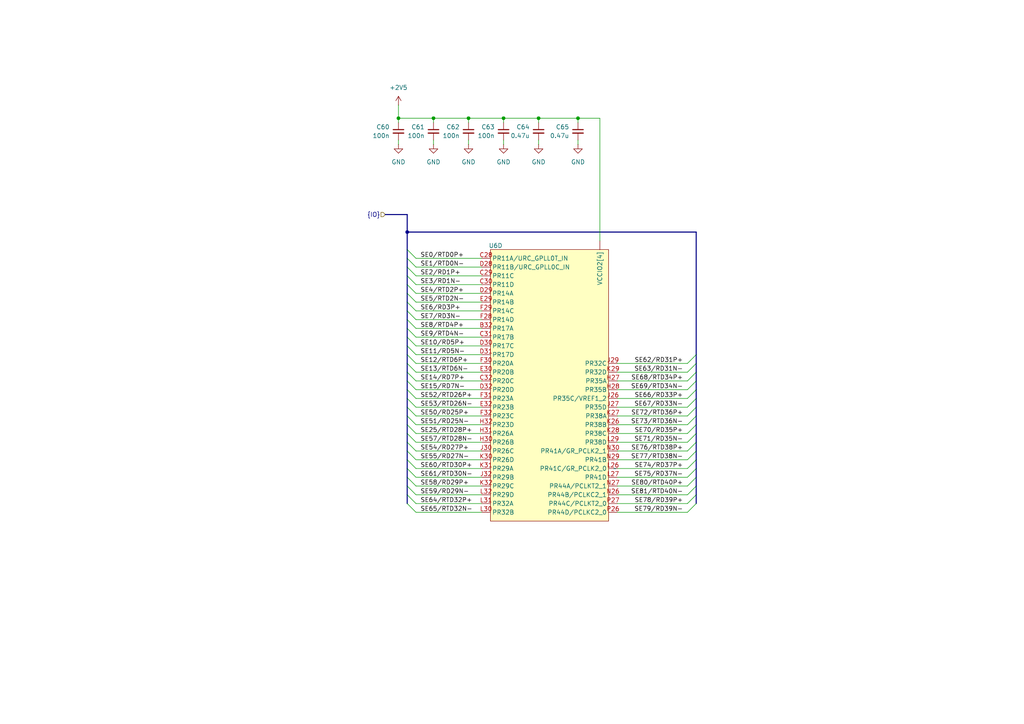
<source format=kicad_sch>
(kicad_sch (version 20231120) (generator "eeschema") (generator_version "8.0")
  (paper "A4")
  (title_block (title "${Project Designation}") (date "2024-06-30") (rev "${Revision}") (comment 1 "${Project Title}") (comment 2 "FPGA BANK 7") (comment 3 "${Part Number}"))
  (lib_symbols
    (symbol "Device:C_Small" (pin_numbers hide) (pin_names (offset 0.254) hide)
      (property "Reference" "C" (at 0.254 1.778 0))
      (property "Value" "C_Small" (at 0.254 -2.032 0))
      (symbol "C_Small_1_1"
        (pin passive line (at 0 2.54 270) (length 2.032) (name "~") (number "1"))
        (pin passive line (at 0 -2.54 90) (length 2.032) (name "~") (number "2"))
      )
    )
    (symbol "ECAP5-BSOM:LFE5U-85F-*BG756*"
      (property "Reference" "U" (at -1.016 3.81 0))
      (symbol "LFE5U-85F-*BG756*_1_0"
        (pin power_in line (at 8.89 -15.24 90) (length 2.54) (name "GND[265]") (number ""))
        (pin power_in line (at 22.86 0 180) (length 2.54) (name "VCCAUX[8]") (number ""))
        (pin power_in line (at -5.08 0 0) (length 2.54) (name "VCC[36]") (number ""))
        (pin power_in line (at 8.89 -15.24 90) (length 2.54) hide (name "GND") (number "AA11"))
        (pin power_in line (at -5.08 0 0) (length 2.54) hide (name "VCC") (number "AA12"))
        (pin power_in line (at -5.08 0 0) (length 2.54) hide (name "VCC") (number "AA13"))
        (pin power_in line (at -5.08 0 0) (length 2.54) hide (name "VCC") (number "AA14"))
        (pin power_in line (at -5.08 0 0) (length 2.54) hide (name "VCC") (number "AA15"))
        (pin power_in line (at -5.08 0 0) (length 2.54) hide (name "VCC") (number "AA16"))
        (pin power_in line (at -5.08 0 0) (length 2.54) hide (name "VCC") (number "AA17"))
        (pin power_in line (at -5.08 0 0) (length 2.54) hide (name "VCC") (number "AA18"))
        (pin power_in line (at -5.08 0 0) (length 2.54) hide (name "VCC") (number "AA19"))
        (pin power_in line (at -5.08 0 0) (length 2.54) hide (name "VCC") (number "AA20"))
        (pin power_in line (at -5.08 0 0) (length 2.54) hide (name "VCC") (number "AA21"))
        (pin power_in line (at 8.89 -15.24 90) (length 2.54) hide (name "GND") (number "AA22"))
        (pin power_in line (at 8.89 -15.24 90) (length 2.54) hide (name "GND") (number "AB11"))
        (pin power_in line (at 8.89 -15.24 90) (length 2.54) hide (name "GND") (number "AB12"))
        (pin power_in line (at 8.89 -15.24 90) (length 2.54) hide (name "GND") (number "AB13"))
        (pin power_in line (at 8.89 -15.24 90) (length 2.54) hide (name "GND") (number "AB14"))
        (pin power_in line (at 8.89 -15.24 90) (length 2.54) hide (name "GND") (number "AB15"))
        (pin power_in line (at 8.89 -15.24 90) (length 2.54) hide (name "GND") (number "AB16"))
        (pin power_in line (at 8.89 -15.24 90) (length 2.54) hide (name "GND") (number "AB17"))
        (pin power_in line (at 8.89 -15.24 90) (length 2.54) hide (name "GND") (number "AB18"))
        (pin power_in line (at 8.89 -15.24 90) (length 2.54) hide (name "GND") (number "AB19"))
        (pin power_in line (at 8.89 -15.24 90) (length 2.54) hide (name "GND") (number "AB20"))
        (pin power_in line (at 8.89 -15.24 90) (length 2.54) hide (name "GND") (number "AB21"))
        (pin power_in line (at 8.89 -15.24 90) (length 2.54) hide (name "GND") (number "AB22"))
        (pin power_in line (at 22.86 0 180) (length 2.54) hide (name "VCCAUX") (number "AC11"))
        (pin power_in line (at 8.89 -15.24 90) (length 2.54) hide (name "GND") (number "AC12"))
        (pin power_in line (at 8.89 -15.24 90) (length 2.54) hide (name "GND") (number "AC13"))
        (pin power_in line (at 8.89 -15.24 90) (length 2.54) hide (name "GND") (number "AC14"))
        (pin power_in line (at 8.89 -15.24 90) (length 2.54) hide (name "GND") (number "AC15"))
        (pin power_in line (at 8.89 -15.24 90) (length 2.54) hide (name "GND") (number "AC16"))
        (pin power_in line (at 8.89 -15.24 90) (length 2.54) hide (name "GND") (number "AC17"))
        (pin power_in line (at 8.89 -15.24 90) (length 2.54) hide (name "GND") (number "AC18"))
        (pin power_in line (at 8.89 -15.24 90) (length 2.54) hide (name "GND") (number "AC19"))
        (pin power_in line (at 8.89 -15.24 90) (length 2.54) hide (name "GND") (number "AC20"))
        (pin power_in line (at 8.89 -15.24 90) (length 2.54) hide (name "GND") (number "AC21"))
        (pin power_in line (at 22.86 0 180) (length 2.54) hide (name "VCCAUX") (number "AC22"))
        (pin power_in line (at 8.89 -15.24 90) (length 2.54) hide (name "GND") (number "AD2"))
        (pin power_in line (at 8.89 -15.24 90) (length 2.54) hide (name "GND") (number "AD28"))
        (pin power_in line (at 8.89 -15.24 90) (length 2.54) hide (name "GND") (number "AD31"))
        (pin power_in line (at 8.89 -15.24 90) (length 2.54) hide (name "GND") (number "AD5"))
        (pin power_in line (at 8.89 -15.24 90) (length 2.54) hide (name "GND") (number "AF11"))
        (pin power_in line (at 8.89 -15.24 90) (length 2.54) hide (name "GND") (number "AF12"))
        (pin power_in line (at 8.89 -15.24 90) (length 2.54) hide (name "GND") (number "AF14"))
        (pin power_in line (at 8.89 -15.24 90) (length 2.54) hide (name "GND") (number "AF15"))
        (pin power_in line (at 8.89 -15.24 90) (length 2.54) hide (name "GND") (number "AF16"))
        (pin power_in line (at 8.89 -15.24 90) (length 2.54) hide (name "GND") (number "AF17"))
        (pin power_in line (at 8.89 -15.24 90) (length 2.54) hide (name "GND") (number "AF19"))
        (pin power_in line (at 8.89 -15.24 90) (length 2.54) hide (name "GND") (number "AF20"))
        (pin power_in line (at 8.89 -15.24 90) (length 2.54) hide (name "GND") (number "AF22"))
        (pin power_in line (at 8.89 -15.24 90) (length 2.54) hide (name "GND") (number "AF23"))
        (pin power_in line (at 8.89 -15.24 90) (length 2.54) hide (name "GND") (number "AG11"))
        (pin power_in line (at 8.89 -15.24 90) (length 2.54) hide (name "GND") (number "AG12"))
        (pin power_in line (at 8.89 -15.24 90) (length 2.54) hide (name "GND") (number "AG14"))
        (pin power_in line (at 8.89 -15.24 90) (length 2.54) hide (name "GND") (number "AG15"))
        (pin power_in line (at 8.89 -15.24 90) (length 2.54) hide (name "GND") (number "AG16"))
        (pin power_in line (at 8.89 -15.24 90) (length 2.54) hide (name "GND") (number "AG17"))
        (pin power_in line (at 8.89 -15.24 90) (length 2.54) hide (name "GND") (number "AG19"))
        (pin power_in line (at 8.89 -15.24 90) (length 2.54) hide (name "GND") (number "AG20"))
        (pin power_in line (at 8.89 -15.24 90) (length 2.54) hide (name "GND") (number "AG22"))
        (pin power_in line (at 8.89 -15.24 90) (length 2.54) hide (name "GND") (number "AG23"))
        (pin power_in line (at 8.89 -15.24 90) (length 2.54) hide (name "GND") (number "AG9"))
        (pin power_in line (at 8.89 -15.24 90) (length 2.54) hide (name "GND") (number "AH11"))
        (pin power_in line (at 8.89 -15.24 90) (length 2.54) hide (name "GND") (number "AH12"))
        (pin power_in line (at 8.89 -15.24 90) (length 2.54) hide (name "GND") (number "AH14"))
        (pin power_in line (at 8.89 -15.24 90) (length 2.54) hide (name "GND") (number "AH15"))
        (pin power_in line (at 8.89 -15.24 90) (length 2.54) hide (name "GND") (number "AH16"))
        (pin power_in line (at 8.89 -15.24 90) (length 2.54) hide (name "GND") (number "AH17"))
        (pin power_in line (at 8.89 -15.24 90) (length 2.54) hide (name "GND") (number "AH19"))
        (pin power_in line (at 8.89 -15.24 90) (length 2.54) hide (name "GND") (number "AH2"))
        (pin power_in line (at 8.89 -15.24 90) (length 2.54) hide (name "GND") (number "AH20"))
        (pin power_in line (at 8.89 -15.24 90) (length 2.54) hide (name "GND") (number "AH22"))
        (pin power_in line (at 8.89 -15.24 90) (length 2.54) hide (name "GND") (number "AH23"))
        (pin power_in line (at 8.89 -15.24 90) (length 2.54) hide (name "GND") (number "AH24"))
        (pin power_in line (at 8.89 -15.24 90) (length 2.54) hide (name "GND") (number "AH25"))
        (pin power_in line (at 8.89 -15.24 90) (length 2.54) hide (name "GND") (number "AH26"))
        (pin power_in line (at 8.89 -15.24 90) (length 2.54) hide (name "GND") (number "AH29"))
        (pin power_in line (at 8.89 -15.24 90) (length 2.54) hide (name "GND") (number "AH31"))
        (pin power_in line (at 8.89 -15.24 90) (length 2.54) hide (name "GND") (number "AH5"))
        (pin power_in line (at 8.89 -15.24 90) (length 2.54) hide (name "GND") (number "AH7"))
        (pin power_in line (at 8.89 -15.24 90) (length 2.54) hide (name "GND") (number "AH8"))
        (pin power_in line (at 8.89 -15.24 90) (length 2.54) hide (name "GND") (number "AH9"))
        (pin power_in line (at 8.89 -15.24 90) (length 2.54) hide (name "GND") (number "AJ10"))
        (pin power_in line (at 8.89 -15.24 90) (length 2.54) hide (name "GND") (number "AJ11"))
        (pin power_in line (at 8.89 -15.24 90) (length 2.54) hide (name "GND") (number "AJ12"))
        (pin power_in line (at 8.89 -15.24 90) (length 2.54) hide (name "GND") (number "AJ13"))
        (pin power_in line (at 8.89 -15.24 90) (length 2.54) hide (name "GND") (number "AJ14"))
        (pin power_in line (at 8.89 -15.24 90) (length 2.54) hide (name "GND") (number "AJ15"))
        (pin power_in line (at 8.89 -15.24 90) (length 2.54) hide (name "GND") (number "AJ16"))
        (pin power_in line (at 8.89 -15.24 90) (length 2.54) hide (name "GND") (number "AJ17"))
        (pin power_in line (at 8.89 -15.24 90) (length 2.54) hide (name "GND") (number "AJ18"))
        (pin power_in line (at 8.89 -15.24 90) (length 2.54) hide (name "GND") (number "AJ19"))
        (pin power_in line (at 8.89 -15.24 90) (length 2.54) hide (name "GND") (number "AJ20"))
        (pin power_in line (at 8.89 -15.24 90) (length 2.54) hide (name "GND") (number "AJ21"))
        (pin power_in line (at 8.89 -15.24 90) (length 2.54) hide (name "GND") (number "AJ22"))
        (pin power_in line (at 8.89 -15.24 90) (length 2.54) hide (name "GND") (number "AJ23"))
        (pin power_in line (at 8.89 -15.24 90) (length 2.54) hide (name "GND") (number "AJ24"))
        (pin power_in line (at 8.89 -15.24 90) (length 2.54) hide (name "GND") (number "AJ25"))
        (pin power_in line (at 8.89 -15.24 90) (length 2.54) hide (name "GND") (number "AJ26"))
        (pin power_in line (at 8.89 -15.24 90) (length 2.54) hide (name "GND") (number "AJ7"))
        (pin power_in line (at 8.89 -15.24 90) (length 2.54) hide (name "GND") (number "AJ8"))
        (pin power_in line (at 8.89 -15.24 90) (length 2.54) hide (name "GND") (number "AJ9"))
        (pin power_in line (at 8.89 -15.24 90) (length 2.54) hide (name "GND") (number "AK11"))
        (pin power_in line (at 8.89 -15.24 90) (length 2.54) hide (name "GND") (number "AK14"))
        (pin power_in line (at 8.89 -15.24 90) (length 2.54) hide (name "GND") (number "AK17"))
        (pin power_in line (at 8.89 -15.24 90) (length 2.54) hide (name "GND") (number "AK20"))
        (pin power_in line (at 8.89 -15.24 90) (length 2.54) hide (name "GND") (number "AK23"))
        (pin power_in line (at 8.89 -15.24 90) (length 2.54) hide (name "GND") (number "AK26"))
        (pin power_in line (at 8.89 -15.24 90) (length 2.54) hide (name "GND") (number "AK7"))
        (pin power_in line (at 8.89 -15.24 90) (length 2.54) hide (name "GND") (number "AK8"))
        (pin power_in line (at 8.89 -15.24 90) (length 2.54) hide (name "GND") (number "AL11"))
        (pin power_in line (at 8.89 -15.24 90) (length 2.54) hide (name "GND") (number "AL12"))
        (pin power_in line (at 8.89 -15.24 90) (length 2.54) hide (name "GND") (number "AL14"))
        (pin power_in line (at 8.89 -15.24 90) (length 2.54) hide (name "GND") (number "AL15"))
        (pin power_in line (at 8.89 -15.24 90) (length 2.54) hide (name "GND") (number "AL17"))
        (pin power_in line (at 8.89 -15.24 90) (length 2.54) hide (name "GND") (number "AL18"))
        (pin power_in line (at 8.89 -15.24 90) (length 2.54) hide (name "GND") (number "AL2"))
        (pin power_in line (at 8.89 -15.24 90) (length 2.54) hide (name "GND") (number "AL20"))
        (pin power_in line (at 8.89 -15.24 90) (length 2.54) hide (name "GND") (number "AL21"))
        (pin power_in line (at 8.89 -15.24 90) (length 2.54) hide (name "GND") (number "AL23"))
        (pin power_in line (at 8.89 -15.24 90) (length 2.54) hide (name "GND") (number "AL24"))
        (pin power_in line (at 8.89 -15.24 90) (length 2.54) hide (name "GND") (number "AL26"))
        (pin power_in line (at 8.89 -15.24 90) (length 2.54) hide (name "GND") (number "AL29"))
        (pin power_in line (at 8.89 -15.24 90) (length 2.54) hide (name "GND") (number "AL31"))
        (pin power_in line (at 8.89 -15.24 90) (length 2.54) hide (name "GND") (number "AL5"))
        (pin power_in line (at 8.89 -15.24 90) (length 2.54) hide (name "GND") (number "AL7"))
        (pin power_in line (at 8.89 -15.24 90) (length 2.54) hide (name "GND") (number "AL8"))
        (pin power_in line (at 8.89 -15.24 90) (length 2.54) hide (name "GND") (number "AL9"))
        (pin power_in line (at 8.89 -15.24 90) (length 2.54) hide (name "GND") (number "AM11"))
        (pin power_in line (at 8.89 -15.24 90) (length 2.54) hide (name "GND") (number "AM12"))
        (pin power_in line (at 8.89 -15.24 90) (length 2.54) hide (name "GND") (number "AM14"))
        (pin power_in line (at 8.89 -15.24 90) (length 2.54) hide (name "GND") (number "AM15"))
        (pin power_in line (at 8.89 -15.24 90) (length 2.54) hide (name "GND") (number "AM17"))
        (pin power_in line (at 8.89 -15.24 90) (length 2.54) hide (name "GND") (number "AM18"))
        (pin power_in line (at 8.89 -15.24 90) (length 2.54) hide (name "GND") (number "AM20"))
        (pin power_in line (at 8.89 -15.24 90) (length 2.54) hide (name "GND") (number "AM21"))
        (pin power_in line (at 8.89 -15.24 90) (length 2.54) hide (name "GND") (number "AM23"))
        (pin power_in line (at 8.89 -15.24 90) (length 2.54) hide (name "GND") (number "AM24"))
        (pin power_in line (at 8.89 -15.24 90) (length 2.54) hide (name "GND") (number "AM26"))
        (pin power_in line (at 8.89 -15.24 90) (length 2.54) hide (name "GND") (number "AM7"))
        (pin power_in line (at 8.89 -15.24 90) (length 2.54) hide (name "GND") (number "AM8"))
        (pin power_in line (at 8.89 -15.24 90) (length 2.54) hide (name "GND") (number "AM9"))
        (pin power_in line (at 8.89 -15.24 90) (length 2.54) hide (name "GND") (number "B13"))
        (pin power_in line (at 8.89 -15.24 90) (length 2.54) hide (name "GND") (number "B15"))
        (pin power_in line (at 8.89 -15.24 90) (length 2.54) hide (name "GND") (number "B18"))
        (pin power_in line (at 8.89 -15.24 90) (length 2.54) hide (name "GND") (number "B2"))
        (pin power_in line (at 8.89 -15.24 90) (length 2.54) hide (name "GND") (number "B20"))
        (pin power_in line (at 8.89 -15.24 90) (length 2.54) hide (name "GND") (number "B24"))
        (pin power_in line (at 8.89 -15.24 90) (length 2.54) hide (name "GND") (number "B28"))
        (pin power_in line (at 8.89 -15.24 90) (length 2.54) hide (name "GND") (number "B31"))
        (pin power_in line (at 8.89 -15.24 90) (length 2.54) hide (name "GND") (number "B5"))
        (pin power_in line (at 8.89 -15.24 90) (length 2.54) hide (name "GND") (number "B9"))
        (pin power_in line (at 8.89 -15.24 90) (length 2.54) hide (name "GND") (number "E13"))
        (pin power_in line (at 8.89 -15.24 90) (length 2.54) hide (name "GND") (number "E15"))
        (pin power_in line (at 8.89 -15.24 90) (length 2.54) hide (name "GND") (number "E18"))
        (pin power_in line (at 8.89 -15.24 90) (length 2.54) hide (name "GND") (number "E2"))
        (pin power_in line (at 8.89 -15.24 90) (length 2.54) hide (name "GND") (number "E20"))
        (pin power_in line (at 8.89 -15.24 90) (length 2.54) hide (name "GND") (number "E24"))
        (pin power_in line (at 8.89 -15.24 90) (length 2.54) hide (name "GND") (number "E28"))
        (pin power_in line (at 8.89 -15.24 90) (length 2.54) hide (name "GND") (number "E31"))
        (pin power_in line (at 8.89 -15.24 90) (length 2.54) hide (name "GND") (number "E5"))
        (pin power_in line (at 8.89 -15.24 90) (length 2.54) hide (name "GND") (number "E9"))
        (pin power_in line (at 8.89 -15.24 90) (length 2.54) hide (name "GND") (number "J2"))
        (pin power_in line (at 8.89 -15.24 90) (length 2.54) hide (name "GND") (number "J28"))
        (pin power_in line (at 8.89 -15.24 90) (length 2.54) hide (name "GND") (number "J31"))
        (pin power_in line (at 8.89 -15.24 90) (length 2.54) hide (name "GND") (number "J5"))
        (pin power_in line (at 8.89 -15.24 90) (length 2.54) hide (name "GND") (number "K10"))
        (pin power_in line (at 8.89 -15.24 90) (length 2.54) hide (name "GND") (number "K11"))
        (pin power_in line (at 22.86 0 180) (length 2.54) hide (name "VCCAUX") (number "K13"))
        (pin power_in line (at 22.86 0 180) (length 2.54) hide (name "VCCAUX") (number "K20"))
        (pin power_in line (at 8.89 -15.24 90) (length 2.54) hide (name "GND") (number "K22"))
        (pin power_in line (at 8.89 -15.24 90) (length 2.54) hide (name "GND") (number "K23"))
        (pin power_in line (at 8.89 -15.24 90) (length 2.54) hide (name "GND") (number "L10"))
        (pin power_in line (at 8.89 -15.24 90) (length 2.54) hide (name "GND") (number "L11"))
        (pin power_in line (at 8.89 -15.24 90) (length 2.54) hide (name "GND") (number "L12"))
        (pin power_in line (at 8.89 -15.24 90) (length 2.54) hide (name "GND") (number "L13"))
        (pin power_in line (at 8.89 -15.24 90) (length 2.54) hide (name "GND") (number "L14"))
        (pin power_in line (at 8.89 -15.24 90) (length 2.54) hide (name "GND") (number "L15"))
        (pin power_in line (at 8.89 -15.24 90) (length 2.54) hide (name "GND") (number "L16"))
        (pin power_in line (at 8.89 -15.24 90) (length 2.54) hide (name "GND") (number "L17"))
        (pin power_in line (at 8.89 -15.24 90) (length 2.54) hide (name "GND") (number "L18"))
        (pin power_in line (at 8.89 -15.24 90) (length 2.54) hide (name "GND") (number "L19"))
        (pin power_in line (at 8.89 -15.24 90) (length 2.54) hide (name "GND") (number "L20"))
        (pin power_in line (at 8.89 -15.24 90) (length 2.54) hide (name "GND") (number "L21"))
        (pin power_in line (at 8.89 -15.24 90) (length 2.54) hide (name "GND") (number "L22"))
        (pin power_in line (at 8.89 -15.24 90) (length 2.54) hide (name "GND") (number "L23"))
        (pin power_in line (at 8.89 -15.24 90) (length 2.54) hide (name "GND") (number "M11"))
        (pin power_in line (at -5.08 0 0) (length 2.54) hide (name "VCC") (number "M12"))
        (pin power_in line (at -5.08 0 0) (length 2.54) hide (name "VCC") (number "M13"))
        (pin power_in line (at -5.08 0 0) (length 2.54) hide (name "VCC") (number "M14"))
        (pin power_in line (at -5.08 0 0) (length 2.54) hide (name "VCC") (number "M15"))
        (pin power_in line (at -5.08 0 0) (length 2.54) hide (name "VCC") (number "M16"))
        (pin power_in line (at -5.08 0 0) (length 2.54) hide (name "VCC") (number "M17"))
        (pin power_in line (at -5.08 0 0) (length 2.54) hide (name "VCC") (number "M18"))
        (pin power_in line (at -5.08 0 0) (length 2.54) hide (name "VCC") (number "M19"))
        (pin power_in line (at -5.08 0 0) (length 2.54) hide (name "VCC") (number "M20"))
        (pin power_in line (at -5.08 0 0) (length 2.54) hide (name "VCC") (number "M21"))
        (pin power_in line (at 8.89 -15.24 90) (length 2.54) hide (name "GND") (number "M22"))
        (pin power_in line (at 22.86 0 180) (length 2.54) hide (name "VCCAUX") (number "N10"))
        (pin power_in line (at 8.89 -15.24 90) (length 2.54) hide (name "GND") (number "N11"))
        (pin power_in line (at -5.08 0 0) (length 2.54) hide (name "VCC") (number "N12"))
        (pin power_in line (at 8.89 -15.24 90) (length 2.54) hide (name "GND") (number "N13"))
        (pin power_in line (at 8.89 -15.24 90) (length 2.54) hide (name "GND") (number "N14"))
        (pin power_in line (at 8.89 -15.24 90) (length 2.54) hide (name "GND") (number "N15"))
        (pin power_in line (at 8.89 -15.24 90) (length 2.54) hide (name "GND") (number "N16"))
        (pin power_in line (at 8.89 -15.24 90) (length 2.54) hide (name "GND") (number "N17"))
        (pin power_in line (at 8.89 -15.24 90) (length 2.54) hide (name "GND") (number "N18"))
        (pin power_in line (at 8.89 -15.24 90) (length 2.54) hide (name "GND") (number "N19"))
        (pin power_in line (at 8.89 -15.24 90) (length 2.54) hide (name "GND") (number "N2"))
        (pin power_in line (at 8.89 -15.24 90) (length 2.54) hide (name "GND") (number "N20"))
        (pin power_in line (at -5.08 0 0) (length 2.54) hide (name "VCC") (number "N21"))
        (pin power_in line (at 8.89 -15.24 90) (length 2.54) hide (name "GND") (number "N22"))
        (pin power_in line (at 22.86 0 180) (length 2.54) hide (name "VCCAUX") (number "N23"))
        (pin power_in line (at 8.89 -15.24 90) (length 2.54) hide (name "GND") (number "N28"))
        (pin power_in line (at 8.89 -15.24 90) (length 2.54) hide (name "GND") (number "N31"))
        (pin power_in line (at 8.89 -15.24 90) (length 2.54) hide (name "GND") (number "N5"))
        (pin power_in line (at 8.89 -15.24 90) (length 2.54) hide (name "GND") (number "P11"))
        (pin power_in line (at -5.08 0 0) (length 2.54) hide (name "VCC") (number "P12"))
        (pin power_in line (at 8.89 -15.24 90) (length 2.54) hide (name "GND") (number "P13"))
        (pin power_in line (at 8.89 -15.24 90) (length 2.54) hide (name "GND") (number "P14"))
        (pin power_in line (at 8.89 -15.24 90) (length 2.54) hide (name "GND") (number "P15"))
        (pin power_in line (at 8.89 -15.24 90) (length 2.54) hide (name "GND") (number "P16"))
        (pin power_in line (at 8.89 -15.24 90) (length 2.54) hide (name "GND") (number "P17"))
        (pin power_in line (at 8.89 -15.24 90) (length 2.54) hide (name "GND") (number "P18"))
        (pin power_in line (at 8.89 -15.24 90) (length 2.54) hide (name "GND") (number "P19"))
        (pin power_in line (at -5.08 0 0) (length 2.54) hide (name "VCC") (number "P21"))
        (pin power_in line (at 8.89 -15.24 90) (length 2.54) hide (name "GND") (number "P22"))
        (pin power_in line (at -5.08 0 0) (length 2.54) hide (name "VCC") (number "R12"))
        (pin power_in line (at 8.89 -15.24 90) (length 2.54) hide (name "GND") (number "R13"))
        (pin power_in line (at 8.89 -15.24 90) (length 2.54) hide (name "GND") (number "R14"))
        (pin power_in line (at 8.89 -15.24 90) (length 2.54) hide (name "GND") (number "R15"))
        (pin power_in line (at 8.89 -15.24 90) (length 2.54) hide (name "GND") (number "R16"))
        (pin power_in line (at 8.89 -15.24 90) (length 2.54) hide (name "GND") (number "R17"))
        (pin power_in line (at 8.89 -15.24 90) (length 2.54) hide (name "GND") (number "R18"))
        (pin power_in line (at 8.89 -15.24 90) (length 2.54) hide (name "GND") (number "R19"))
        (pin power_in line (at 8.89 -15.24 90) (length 2.54) hide (name "GND") (number "R2"))
        (pin power_in line (at 8.89 -15.24 90) (length 2.54) hide (name "GND") (number "R20"))
        (pin power_in line (at -5.08 0 0) (length 2.54) hide (name "VCC") (number "R21"))
        (pin power_in line (at 8.89 -15.24 90) (length 2.54) hide (name "GND") (number "R22"))
        (pin power_in line (at 8.89 -15.24 90) (length 2.54) hide (name "GND") (number "R28"))
        (pin power_in line (at 8.89 -15.24 90) (length 2.54) hide (name "GND") (number "R31"))
        (pin power_in line (at 8.89 -15.24 90) (length 2.54) hide (name "GND") (number "R5"))
        (pin power_in line (at 8.89 -15.24 90) (length 2.54) hide (name "GND") (number "T11"))
        (pin power_in line (at -5.08 0 0) (length 2.54) hide (name "VCC") (number "T12"))
        (pin power_in line (at 8.89 -15.24 90) (length 2.54) hide (name "GND") (number "T13"))
        (pin power_in line (at 8.89 -15.24 90) (length 2.54) hide (name "GND") (number "T14"))
        (pin power_in line (at 8.89 -15.24 90) (length 2.54) hide (name "GND") (number "T15"))
        (pin power_in line (at 8.89 -15.24 90) (length 2.54) hide (name "GND") (number "T16"))
        (pin power_in line (at 8.89 -15.24 90) (length 2.54) hide (name "GND") (number "T17"))
        (pin power_in line (at 8.89 -15.24 90) (length 2.54) hide (name "GND") (number "T18"))
        (pin power_in line (at 8.89 -15.24 90) (length 2.54) hide (name "GND") (number "T19"))
        (pin power_in line (at 8.89 -15.24 90) (length 2.54) hide (name "GND") (number "T20"))
        (pin power_in line (at -5.08 0 0) (length 2.54) hide (name "VCC") (number "T21"))
        (pin power_in line (at 8.89 -15.24 90) (length 2.54) hide (name "GND") (number "T22"))
        (pin power_in line (at 8.89 -15.24 90) (length 2.54) hide (name "GND") (number "U11"))
        (pin power_in line (at -5.08 0 0) (length 2.54) hide (name "VCC") (number "U12"))
        (pin power_in line (at 8.89 -15.24 90) (length 2.54) hide (name "GND") (number "U13"))
        (pin power_in line (at 8.89 -15.24 90) (length 2.54) hide (name "GND") (number "U14"))
        (pin power_in line (at 8.89 -15.24 90) (length 2.54) hide (name "GND") (number "U15"))
        (pin power_in line (at 8.89 -15.24 90) (length 2.54) hide (name "GND") (number "U16"))
        (pin power_in line (at 8.89 -15.24 90) (length 2.54) hide (name "GND") (number "U17"))
        (pin power_in line (at 8.89 -15.24 90) (length 2.54) hide (name "GND") (number "U18"))
        (pin power_in line (at 8.89 -15.24 90) (length 2.54) hide (name "GND") (number "U19"))
        (pin power_in line (at 8.89 -15.24 90) (length 2.54) hide (name "GND") (number "U20"))
        (pin power_in line (at -5.08 0 0) (length 2.54) hide (name "VCC") (number "U21"))
        (pin power_in line (at 8.89 -15.24 90) (length 2.54) hide (name "GND") (number "U22"))
        (pin power_in line (at 8.89 -15.24 90) (length 2.54) hide (name "GND") (number "V11"))
        (pin power_in line (at -5.08 0 0) (length 2.54) hide (name "VCC") (number "V12"))
        (pin power_in line (at 8.89 -15.24 90) (length 2.54) hide (name "GND") (number "V13"))
        (pin power_in line (at 8.89 -15.24 90) (length 2.54) hide (name "GND") (number "V14"))
        (pin power_in line (at 8.89 -15.24 90) (length 2.54) hide (name "GND") (number "V15"))
        (pin power_in line (at 8.89 -15.24 90) (length 2.54) hide (name "GND") (number "V16"))
        (pin power_in line (at 8.89 -15.24 90) (length 2.54) hide (name "GND") (number "V17"))
        (pin power_in line (at 8.89 -15.24 90) (length 2.54) hide (name "GND") (number "V18"))
        (pin power_in line (at 8.89 -15.24 90) (length 2.54) hide (name "GND") (number "V19"))
        (pin power_in line (at 8.89 -15.24 90) (length 2.54) hide (name "GND") (number "V2"))
        (pin power_in line (at 8.89 -15.24 90) (length 2.54) hide (name "GND") (number "V20"))
        (pin power_in line (at -5.08 0 0) (length 2.54) hide (name "VCC") (number "V21"))
        (pin power_in line (at 8.89 -15.24 90) (length 2.54) hide (name "GND") (number "V22"))
        (pin power_in line (at 8.89 -15.24 90) (length 2.54) hide (name "GND") (number "V28"))
        (pin power_in line (at 8.89 -15.24 90) (length 2.54) hide (name "GND") (number "V31"))
        (pin power_in line (at 8.89 -15.24 90) (length 2.54) hide (name "GND") (number "V5"))
        (pin power_in line (at 8.89 -15.24 90) (length 2.54) hide (name "GND") (number "W11"))
        (pin power_in line (at -5.08 0 0) (length 2.54) hide (name "VCC") (number "W12"))
        (pin power_in line (at 8.89 -15.24 90) (length 2.54) hide (name "GND") (number "W13"))
        (pin power_in line (at 8.89 -15.24 90) (length 2.54) hide (name "GND") (number "W14"))
        (pin power_in line (at 8.89 -15.24 90) (length 2.54) hide (name "GND") (number "W15"))
        (pin power_in line (at 8.89 -15.24 90) (length 2.54) hide (name "GND") (number "W16"))
        (pin power_in line (at 8.89 -15.24 90) (length 2.54) hide (name "GND") (number "W17"))
        (pin power_in line (at 8.89 -15.24 90) (length 2.54) hide (name "GND") (number "W18"))
        (pin power_in line (at 8.89 -15.24 90) (length 2.54) hide (name "GND") (number "W19"))
        (pin power_in line (at 8.89 -15.24 90) (length 2.54) hide (name "GND") (number "W20"))
        (pin power_in line (at -5.08 0 0) (length 2.54) hide (name "VCC") (number "W21"))
        (pin power_in line (at 8.89 -15.24 90) (length 2.54) hide (name "GND") (number "W22"))
        (pin power_in line (at 22.86 0 180) (length 2.54) hide (name "VCCAUX") (number "Y10"))
        (pin power_in line (at 8.89 -15.24 90) (length 2.54) hide (name "GND") (number "Y11"))
        (pin power_in line (at -5.08 0 0) (length 2.54) hide (name "VCC") (number "Y12"))
        (pin power_in line (at 8.89 -15.24 90) (length 2.54) hide (name "GND") (number "Y13"))
        (pin power_in line (at 8.89 -15.24 90) (length 2.54) hide (name "GND") (number "Y14"))
        (pin power_in line (at 8.89 -15.24 90) (length 2.54) hide (name "GND") (number "Y15"))
        (pin power_in line (at 8.89 -15.24 90) (length 2.54) hide (name "GND") (number "Y16"))
        (pin power_in line (at 8.89 -15.24 90) (length 2.54) hide (name "GND") (number "Y17"))
        (pin power_in line (at 8.89 -15.24 90) (length 2.54) hide (name "GND") (number "Y18"))
        (pin power_in line (at 8.89 -15.24 90) (length 2.54) hide (name "GND") (number "Y19"))
        (pin power_in line (at 8.89 -15.24 90) (length 2.54) hide (name "GND") (number "Y2"))
        (pin power_in line (at 8.89 -15.24 90) (length 2.54) hide (name "GND") (number "Y20"))
        (pin power_in line (at -5.08 0 0) (length 2.54) hide (name "VCC") (number "Y21"))
        (pin power_in line (at 8.89 -15.24 90) (length 2.54) hide (name "GND") (number "Y22"))
        (pin power_in line (at 22.86 0 180) (length 2.54) hide (name "VCCAUX") (number "Y23"))
        (pin power_in line (at 8.89 -15.24 90) (length 2.54) hide (name "GND") (number "Y31"))
      )
      (symbol "LFE5U-85F-*BG756*_2_0"
        (pin power_in line (at 30.48 5.08 270) (length 2.54) (name "VCCIO0[4]") (number ""))
        (pin power_in line (at -3.81 -63.5 0) (length 2.54) (name "PT31B") (number "A10"))
        (pin power_in line (at 35.56 -12.7 180) (length 2.54) (name "PT38B") (number "A11"))
        (pin power_in line (at 35.56 -22.86 180) (length 2.54) (name "PT42B") (number "A13"))
        (pin power_in line (at 35.56 -38.1 180) (length 2.54) (name "PT49B") (number "A14"))
        (pin power_in line (at 35.56 -48.26 180) (length 2.54) (name "PT54B") (number "A15"))
        (pin power_in line (at 35.56 -63.5 180) (length 2.54) (name "PT60B/GR_PCLK0_0") (number "A16"))
        (pin power_in line (at 35.56 -66.04 180) (length 2.54) (name "PT63A/PCLKT0_1") (number "A17"))
        (pin power_in line (at -3.81 -5.08 0) (length 2.54) (name "PT6A") (number "A2"))
        (pin power_in line (at -3.81 -7.62 0) (length 2.54) (name "PT6B") (number "A3"))
        (pin power_in line (at -3.81 -10.16 0) (length 2.54) (name "PT9A") (number "A4"))
        (pin power_in line (at -3.81 -12.7 0) (length 2.54) (name "PT9B") (number "A5"))
        (pin power_in line (at -3.81 -22.86 0) (length 2.54) (name "PT13B") (number "A7"))
        (pin power_in line (at -3.81 -38.1 0) (length 2.54) (name "PT20B") (number "A8"))
        (pin power_in line (at -3.81 -48.26 0) (length 2.54) (name "PT24B") (number "A9"))
        (pin power_in line (at -3.81 -60.96 0) (length 2.54) (name "PT31A") (number "B10"))
        (pin power_in line (at 35.56 -10.16 180) (length 2.54) (name "PT38A") (number "B11"))
        (pin power_in line (at 35.56 -35.56 180) (length 2.54) (name "PT49A") (number "B14"))
        (pin power_in line (at 35.56 -60.96 180) (length 2.54) (name "PT60A/GR_PCLK0_1") (number "B16"))
        (pin power_in line (at 35.56 -68.58 180) (length 2.54) (name "PT63B/PCLKC0_1") (number "B17"))
        (pin power_in line (at -3.81 0 0) (length 2.54) (name "PT4A/ULC_GPLL1T_IN") (number "B3"))
        (pin power_in line (at -3.81 -2.54 0) (length 2.54) (name "PT4B/ULC_GPLL1C_IN") (number "B4"))
        (pin power_in line (at -3.81 -20.32 0) (length 2.54) (name "PT13A") (number "B7"))
        (pin power_in line (at -3.81 -35.56 0) (length 2.54) (name "PT20A") (number "B8"))
        (pin power_in line (at -3.81 -58.42 0) (length 2.54) (name "PT29B") (number "C10"))
        (pin power_in line (at -3.81 -73.66 0) (length 2.54) (name "PT36B") (number "C11"))
        (pin power_in line (at 35.56 -20.32 180) (length 2.54) (name "PT42A") (number "C13"))
        (pin power_in line (at 35.56 -33.02 180) (length 2.54) (name "PT47B") (number "C14"))
        (pin power_in line (at 35.56 -45.72 180) (length 2.54) (name "PT54A") (number "C15"))
        (pin power_in line (at 35.56 -58.42 180) (length 2.54) (name "PT58B") (number "C16"))
        (pin power_in line (at 35.56 -71.12 180) (length 2.54) (name "PT65A/PCLKT0_0") (number "C17"))
        (pin power_in line (at -3.81 -17.78 0) (length 2.54) (name "PT11B") (number "C7"))
        (pin power_in line (at -3.81 -33.02 0) (length 2.54) (name "PT18B") (number "C8"))
        (pin power_in line (at -3.81 -45.72 0) (length 2.54) (name "PT24A") (number "C9"))
        (pin power_in line (at -3.81 -55.88 0) (length 2.54) (name "PT29A") (number "D10"))
        (pin power_in line (at -3.81 -71.12 0) (length 2.54) (name "PT36A") (number "D11"))
        (pin power_in line (at 35.56 -17.78 180) (length 2.54) (name "PT40B") (number "D13"))
        (pin power_in line (at 35.56 -30.48 180) (length 2.54) (name "PT47A") (number "D14"))
        (pin power_in line (at 35.56 -43.18 180) (length 2.54) (name "PT51B") (number "D15"))
        (pin power_in line (at 35.56 -55.88 180) (length 2.54) (name "PT58A") (number "D16"))
        (pin power_in line (at 35.56 -73.66 180) (length 2.54) (name "PT65B/PCLKC0_0") (number "D17"))
        (pin power_in line (at -3.81 -15.24 0) (length 2.54) (name "PT11A") (number "D7"))
        (pin power_in line (at -3.81 -30.48 0) (length 2.54) (name "PT18A") (number "D8"))
        (pin power_in line (at -3.81 -43.18 0) (length 2.54) (name "PT22B") (number "D9"))
        (pin power_in line (at -3.81 -53.34 0) (length 2.54) (name "PT27B") (number "E10"))
        (pin power_in line (at -3.81 -68.58 0) (length 2.54) (name "PT33B") (number "E11"))
        (pin power_in line (at 35.56 -27.94 180) (length 2.54) (name "PT45B") (number "E14"))
        (pin power_in line (at 35.56 -53.34 180) (length 2.54) (name "PT56B") (number "E16"))
        (pin power_in line (at -3.81 -27.94 0) (length 2.54) (name "PT15B") (number "E8"))
        (pin power_in line (at -3.81 -50.8 0) (length 2.54) (name "PT27A") (number "F10"))
        (pin power_in line (at -3.81 -66.04 0) (length 2.54) (name "PT33A") (number "F11"))
        (pin power_in line (at 35.56 -15.24 180) (length 2.54) (name "PT40A") (number "F13"))
        (pin power_in line (at 35.56 -25.4 180) (length 2.54) (name "PT45A") (number "F14"))
        (pin power_in line (at 35.56 -40.64 180) (length 2.54) (name "PT51A") (number "F15"))
        (pin power_in line (at 35.56 -50.8 180) (length 2.54) (name "PT56A") (number "F16"))
        (pin power_in line (at -3.81 -25.4 0) (length 2.54) (name "PT15A") (number "F8"))
        (pin power_in line (at -3.81 -40.64 0) (length 2.54) (name "PT22A") (number "F9"))
        (pin power_in line (at 30.48 5.08 270) (length 2.54) hide (name "VCCIO0") (number "K12"))
        (pin power_in line (at 30.48 5.08 270) (length 2.54) hide (name "VCCIO0") (number "K14"))
        (pin power_in line (at 30.48 5.08 270) (length 2.54) hide (name "VCCIO0") (number "K15"))
        (pin power_in line (at 30.48 5.08 270) (length 2.54) hide (name "VCCIO0") (number "K16"))
      )
      (symbol "LFE5U-85F-*BG756*_3_0"
        (pin power_in line (at 30.48 5.08 270) (length 2.54) (name "VCCIO1[4]") (number ""))
        (pin power_in line (at -3.81 -5.08 0) (length 2.54) (name "PT71A/PCLKT1_0") (number "A18"))
        (pin power_in line (at -3.81 -15.24 0) (length 2.54) (name "PT76A") (number "A19"))
        (pin power_in line (at -3.81 -30.48 0) (length 2.54) (name "PT83A") (number "A20"))
        (pin power_in line (at -3.81 -40.64 0) (length 2.54) (name "PT87A") (number "A22"))
        (pin power_in line (at -3.81 -55.88 0) (length 2.54) (name "PT94A") (number "A23"))
        (pin power_in line (at -3.81 -71.12 0) (length 2.54) (name "PT101A") (number "A24"))
        (pin power_in line (at 35.56 -35.56 180) (length 2.54) (name "PT105A") (number "A25"))
        (pin power_in line (at 35.56 -50.8 180) (length 2.54) (name "PT112A") (number "A26"))
        (pin power_in line (at 35.56 -60.96 180) (length 2.54) (name "PT116A") (number "A28"))
        (pin power_in line (at 35.56 -63.5 180) (length 2.54) (name "PT116B") (number "A29"))
        (pin power_in line (at 35.56 -66.04 180) (length 2.54) (name "PT119A") (number "A30"))
        (pin power_in line (at 35.56 -68.58 180) (length 2.54) (name "PT119B") (number "A31"))
        (pin power_in line (at -3.81 -17.78 0) (length 2.54) (name "PT76B") (number "B19"))
        (pin power_in line (at -3.81 -43.18 0) (length 2.54) (name "PT87B") (number "B22"))
        (pin power_in line (at -3.81 -58.42 0) (length 2.54) (name "PT94B") (number "B23"))
        (pin power_in line (at 35.56 -38.1 180) (length 2.54) (name "PT105B") (number "B25"))
        (pin power_in line (at 35.56 -53.34 180) (length 2.54) (name "PT112B") (number "B26"))
        (pin power_in line (at 35.56 -71.12 180) (length 2.54) (name "PT121A/URC_GPLL1T_IN") (number "B29"))
        (pin power_in line (at 35.56 -73.66 180) (length 2.54) (name "PT121B/URC_GPLL1C_IN") (number "B30"))
        (pin power_in line (at -3.81 -7.62 0) (length 2.54) (name "PT71B/PCLKC1_0") (number "C18"))
        (pin power_in line (at -3.81 -20.32 0) (length 2.54) (name "PT78A") (number "C19"))
        (pin power_in line (at -3.81 -33.02 0) (length 2.54) (name "PT83B") (number "C20"))
        (pin power_in line (at -3.81 -45.72 0) (length 2.54) (name "PT89A") (number "C22"))
        (pin power_in line (at -3.81 -60.96 0) (length 2.54) (name "PT96A") (number "C23"))
        (pin power_in line (at -3.81 -73.66 0) (length 2.54) (name "PT101B") (number "C24"))
        (pin power_in line (at 35.56 -40.64 180) (length 2.54) (name "PT107A") (number "C25"))
        (pin power_in line (at 35.56 -55.88 180) (length 2.54) (name "PT114A") (number "C26"))
        (pin power_in line (at -3.81 -10.16 0) (length 2.54) (name "PT74A/GR_PCLK1_0") (number "D18"))
        (pin power_in line (at -3.81 -22.86 0) (length 2.54) (name "PT78B") (number "D19"))
        (pin power_in line (at -3.81 -35.56 0) (length 2.54) (name "PT85A") (number "D20"))
        (pin power_in line (at -3.81 -48.26 0) (length 2.54) (name "PT89B") (number "D22"))
        (pin power_in line (at -3.81 -63.5 0) (length 2.54) (name "PT96B") (number "D23"))
        (pin power_in line (at 35.56 -30.48 180) (length 2.54) (name "PT103A") (number "D24"))
        (pin power_in line (at 35.56 -43.18 180) (length 2.54) (name "PT107B") (number "D25"))
        (pin power_in line (at 35.56 -58.42 180) (length 2.54) (name "PT114B") (number "D26"))
        (pin power_in line (at -3.81 0 0) (length 2.54) (name "PT69A/PCLKT1_1") (number "E17"))
        (pin power_in line (at -3.81 -25.4 0) (length 2.54) (name "PT80A") (number "E19"))
        (pin power_in line (at -3.81 -50.8 0) (length 2.54) (name "PT92A") (number "E22"))
        (pin power_in line (at -3.81 -66.04 0) (length 2.54) (name "PT98A") (number "E23"))
        (pin power_in line (at 35.56 -45.72 180) (length 2.54) (name "PT110A") (number "E25"))
        (pin power_in line (at -3.81 -2.54 0) (length 2.54) (name "PT69B/PCLKC1_1") (number "F17"))
        (pin power_in line (at -3.81 -12.7 0) (length 2.54) (name "PT74B/GR_PCLK1_1") (number "F18"))
        (pin power_in line (at -3.81 -27.94 0) (length 2.54) (name "PT80B") (number "F19"))
        (pin power_in line (at -3.81 -38.1 0) (length 2.54) (name "PT85B") (number "F20"))
        (pin power_in line (at -3.81 -53.34 0) (length 2.54) (name "PT92B") (number "F22"))
        (pin power_in line (at -3.81 -68.58 0) (length 2.54) (name "PT98B") (number "F23"))
        (pin power_in line (at 35.56 -33.02 180) (length 2.54) (name "PT103B") (number "F24"))
        (pin power_in line (at 35.56 -48.26 180) (length 2.54) (name "PT110B") (number "F25"))
        (pin power_in line (at 30.48 5.08 270) (length 2.54) hide (name "VCCIO1") (number "K17"))
        (pin power_in line (at 30.48 5.08 270) (length 2.54) hide (name "VCCIO1") (number "K18"))
        (pin power_in line (at 30.48 5.08 270) (length 2.54) hide (name "VCCIO1") (number "K19"))
        (pin power_in line (at 30.48 5.08 270) (length 2.54) hide (name "VCCIO1") (number "K21"))
      )
      (symbol "LFE5U-85F-*BG756*_4_0"
        (pin power_in line (at 30.48 5.08 270) (length 2.54) (name "VCCIO2[4]") (number ""))
        (pin power_in line (at -3.81 -20.32 0) (length 2.54) (name "PR17A") (number "B32"))
        (pin power_in line (at -3.81 0 0) (length 2.54) (name "PR11A/URC_GPLL0T_IN") (number "C28"))
        (pin power_in line (at -3.81 -5.08 0) (length 2.54) (name "PR11C") (number "C29"))
        (pin power_in line (at -3.81 -7.62 0) (length 2.54) (name "PR11D") (number "C30"))
        (pin power_in line (at -3.81 -22.86 0) (length 2.54) (name "PR17B") (number "C31"))
        (pin power_in line (at -3.81 -35.56 0) (length 2.54) (name "PR20C") (number "C32"))
        (pin power_in line (at -3.81 -2.54 0) (length 2.54) (name "PR11B/URC_GPLL0C_IN") (number "D28"))
        (pin power_in line (at -3.81 -10.16 0) (length 2.54) (name "PR14A") (number "D29"))
        (pin power_in line (at -3.81 -25.4 0) (length 2.54) (name "PR17C") (number "D30"))
        (pin power_in line (at -3.81 -27.94 0) (length 2.54) (name "PR17D") (number "D31"))
        (pin power_in line (at -3.81 -38.1 0) (length 2.54) (name "PR20D") (number "D32"))
        (pin power_in line (at -3.81 -12.7 0) (length 2.54) (name "PR14B") (number "E29"))
        (pin power_in line (at -3.81 -33.02 0) (length 2.54) (name "PR20B") (number "E30"))
        (pin power_in line (at -3.81 -43.18 0) (length 2.54) (name "PR23B") (number "E32"))
        (pin power_in line (at -3.81 -17.78 0) (length 2.54) (name "PR14D") (number "F28"))
        (pin power_in line (at -3.81 -15.24 0) (length 2.54) (name "PR14C") (number "F29"))
        (pin power_in line (at -3.81 -30.48 0) (length 2.54) (name "PR20A") (number "F30"))
        (pin power_in line (at -3.81 -40.64 0) (length 2.54) (name "PR23A") (number "F31"))
        (pin power_in line (at -3.81 -45.72 0) (length 2.54) (name "PR23C") (number "F32"))
        (pin power_in line (at 35.56 -35.56 180) (length 2.54) (name "PR35A") (number "H27"))
        (pin power_in line (at 35.56 -38.1 180) (length 2.54) (name "PR35B") (number "H28"))
        (pin power_in line (at -3.81 -53.34 0) (length 2.54) (name "PR26B") (number "H30"))
        (pin power_in line (at -3.81 -50.8 0) (length 2.54) (name "PR26A") (number "H31"))
        (pin power_in line (at -3.81 -48.26 0) (length 2.54) (name "PR23D") (number "H32"))
        (pin power_in line (at 35.56 -40.64 180) (length 2.54) (name "PR35C/VREF1_2") (number "J26"))
        (pin power_in line (at 35.56 -43.18 180) (length 2.54) (name "PR35D") (number "J27"))
        (pin power_in line (at 35.56 -30.48 180) (length 2.54) (name "PR32C") (number "J29"))
        (pin power_in line (at -3.81 -55.88 0) (length 2.54) (name "PR26C") (number "J30"))
        (pin power_in line (at -3.81 -63.5 0) (length 2.54) (name "PR29B") (number "J32"))
        (pin power_in line (at 35.56 -48.26 180) (length 2.54) (name "PR38B") (number "K26"))
        (pin power_in line (at 35.56 -45.72 180) (length 2.54) (name "PR38A") (number "K27"))
        (pin power_in line (at 35.56 -50.8 180) (length 2.54) (name "PR38C") (number "K28"))
        (pin power_in line (at 35.56 -33.02 180) (length 2.54) (name "PR32D") (number "K29"))
        (pin power_in line (at -3.81 -58.42 0) (length 2.54) (name "PR26D") (number "K30"))
        (pin power_in line (at -3.81 -60.96 0) (length 2.54) (name "PR29A") (number "K31"))
        (pin power_in line (at -3.81 -66.04 0) (length 2.54) (name "PR29C") (number "K32"))
        (pin power_in line (at 35.56 -60.96 180) (length 2.54) (name "PR41C/GR_PCLK2_0") (number "L26"))
        (pin power_in line (at 35.56 -63.5 180) (length 2.54) (name "PR41D") (number "L27"))
        (pin power_in line (at 35.56 -53.34 180) (length 2.54) (name "PR38D") (number "L29"))
        (pin power_in line (at -3.81 -73.66 0) (length 2.54) (name "PR32B") (number "L30"))
        (pin power_in line (at -3.81 -71.12 0) (length 2.54) (name "PR32A") (number "L31"))
        (pin power_in line (at -3.81 -68.58 0) (length 2.54) (name "PR29D") (number "L32"))
        (pin power_in line (at 30.48 5.08 270) (length 2.54) hide (name "VCCIO2") (number "M23"))
        (pin power_in line (at 35.56 -68.58 180) (length 2.54) (name "PR44B/PCLKC2_1") (number "N26"))
        (pin power_in line (at 35.56 -66.04 180) (length 2.54) (name "PR44A/PCLKT2_1") (number "N27"))
        (pin power_in line (at 35.56 -58.42 180) (length 2.54) (name "PR41B") (number "N29"))
        (pin power_in line (at 35.56 -55.88 180) (length 2.54) (name "PR41A/GR_PCLK2_1") (number "N30"))
        (pin power_in line (at 30.48 5.08 270) (length 2.54) hide (name "VCCIO2") (number "P23"))
        (pin power_in line (at 35.56 -73.66 180) (length 2.54) (name "PR44D/PCLKC2_0") (number "P26"))
        (pin power_in line (at 35.56 -71.12 180) (length 2.54) (name "PR44C/PCLKT2_0") (number "P27"))
        (pin power_in line (at 30.48 5.08 270) (length 2.54) hide (name "VCCIO2") (number "R23"))
        (pin power_in line (at 30.48 5.08 270) (length 2.54) hide (name "VCCIO2") (number "T23"))
      )
      (symbol "LFE5U-85F-*BG756*_5_0"
        (pin power_in line (at 30.48 5.08 270) (length 2.54) (name "VCCIO3[4]") (number ""))
        (pin power_in line (at 30.48 5.08 270) (length 2.54) hide (name "VCCIO3") (number "AA23"))
        (pin power_in line (at 35.56 -20.32 180) (length 2.54) (name "PR74C") (number "AB26"))
        (pin power_in line (at 35.56 -27.94 180) (length 2.54) (name "PR77B") (number "AB27"))
        (pin power_in line (at 35.56 -25.4 180) (length 2.54) (name "PR77A") (number "AB28"))
        (pin power_in line (at 35.56 -48.26 180) (length 2.54) (name "PR83B") (number "AB29"))
        (pin power_in line (at 35.56 -45.72 180) (length 2.54) (name "PR83A") (number "AB30"))
        (pin power_in line (at 35.56 -68.58 180) (length 2.54) (name "PR89B") (number "AB32"))
        (pin power_in line (at 35.56 -76.2 180) (length 2.54) (name "PR92A") (number "AB32"))
        (pin power_in line (at 35.56 -30.48 180) (length 2.54) (name "PR77C") (number "AC26"))
        (pin power_in line (at 35.56 -22.86 180) (length 2.54) (name "PR74D") (number "AC27"))
        (pin power_in line (at 35.56 -50.8 180) (length 2.54) (name "PR83C") (number "AC28"))
        (pin power_in line (at 35.56 -66.04 180) (length 2.54) (name "PR89A") (number "AC30"))
        (pin power_in line (at 35.56 -71.12 180) (length 2.54) (name "PR89C") (number "AC31"))
        (pin power_in line (at 35.56 -78.74 180) (length 2.54) (name "PR92B") (number "AC32"))
        (pin power_in line (at 35.56 -33.02 180) (length 2.54) (name "PR77D") (number "AD26"))
        (pin power_in line (at 35.56 -35.56 180) (length 2.54) (name "PR80A") (number "AD27"))
        (pin power_in line (at 35.56 -53.34 180) (length 2.54) (name "PR83D") (number "AD29"))
        (pin power_in line (at 35.56 -60.96 180) (length 2.54) (name "PR86C") (number "AD30"))
        (pin power_in line (at 35.56 -81.28 180) (length 2.54) (name "PR92C/LRC_GPLL0T_IN") (number "AD32"))
        (pin power_in line (at 35.56 -38.1 180) (length 2.54) (name "PR80B") (number "AE27"))
        (pin power_in line (at 35.56 -40.64 180) (length 2.54) (name "PR80C") (number "AE28"))
        (pin power_in line (at 35.56 -43.18 180) (length 2.54) (name "PR80D") (number "AE29"))
        (pin power_in line (at 35.56 -63.5 180) (length 2.54) (name "PR86D") (number "AE30"))
        (pin power_in line (at 35.56 -73.66 180) (length 2.54) (name "PR89D") (number "AE31"))
        (pin power_in line (at 35.56 -83.82 180) (length 2.54) (name "PR92D/LRC_GPLL0C_IN") (number "AE32"))
        (pin power_in line (at -3.81 -50.8 0) (length 2.54) (name "PR62A") (number "N32"))
        (pin power_in line (at -3.81 0 0) (length 2.54) (name "PR47A/PCLKT3_1") (number "P28"))
        (pin power_in line (at -3.81 -2.54 0) (length 2.54) (name "PR47B/PCLKC3_1") (number "P29"))
        (pin power_in line (at -3.81 -43.18 0) (length 2.54) (name "PR59B") (number "P30"))
        (pin power_in line (at -3.81 -40.64 0) (length 2.54) (name "PR59A") (number "P31"))
        (pin power_in line (at -3.81 -53.34 0) (length 2.54) (name "PR62B") (number "P32"))
        (pin power_in line (at -3.81 -5.08 0) (length 2.54) (name "PR47C/PCLKT3_0") (number "R26"))
        (pin power_in line (at -3.81 -10.16 0) (length 2.54) (name "PR50A/GR_PCLK3_0") (number "R27"))
        (pin power_in line (at -3.81 -20.32 0) (length 2.54) (name "PR53A") (number "R29"))
        (pin power_in line (at -3.81 -45.72 0) (length 2.54) (name "PR59C") (number "R30"))
        (pin power_in line (at -3.81 -60.96 0) (length 2.54) (name "PR65A") (number "R32"))
        (pin power_in line (at -3.81 -7.62 0) (length 2.54) (name "PR47D/PCLKC3_0") (number "T26"))
        (pin power_in line (at -3.81 -12.7 0) (length 2.54) (name "PR50B") (number "T27"))
        (pin power_in line (at -3.81 -22.86 0) (length 2.54) (name "PR53B") (number "T28"))
        (pin power_in line (at -3.81 -25.4 0) (length 2.54) (name "PR53C") (number "T29"))
        (pin power_in line (at -3.81 -48.26 0) (length 2.54) (name "PR59D") (number "T30"))
        (pin power_in line (at -3.81 -63.5 0) (length 2.54) (name "PR65B") (number "T31"))
        (pin power_in line (at -3.81 -71.12 0) (length 2.54) (name "PR68A") (number "T32"))
        (pin power_in line (at 30.48 5.08 270) (length 2.54) hide (name "VCCIO3") (number "U23"))
        (pin power_in line (at -3.81 -17.78 0) (length 2.54) (name "PR50D") (number "U26"))
        (pin power_in line (at -3.81 -15.24 0) (length 2.54) (name "PR50C/GR_PCLK3_1") (number "U27"))
        (pin power_in line (at -3.81 -27.94 0) (length 2.54) (name "PR53D") (number "U28"))
        (pin power_in line (at -3.81 -30.48 0) (length 2.54) (name "PR56A") (number "U29"))
        (pin power_in line (at -3.81 -58.42 0) (length 2.54) (name "PR62D") (number "U30"))
        (pin power_in line (at -3.81 -55.88 0) (length 2.54) (name "PR62C") (number "U31"))
        (pin power_in line (at -3.81 -73.66 0) (length 2.54) (name "PR68B") (number "U32"))
        (pin power_in line (at 30.48 5.08 270) (length 2.54) hide (name "VCCIO3") (number "V23"))
        (pin power_in line (at -3.81 -38.1 0) (length 2.54) (name "PR56D") (number "V26"))
        (pin power_in line (at -3.81 -35.56 0) (length 2.54) (name "PR56C") (number "V27"))
        (pin power_in line (at -3.81 -33.02 0) (length 2.54) (name "PR56B/VREF1_3") (number "V29"))
        (pin power_in line (at -3.81 -76.2 0) (length 2.54) (name "PR68C") (number "V32"))
        (pin power_in line (at 30.48 5.08 270) (length 2.54) hide (name "VCCIO3") (number "W23"))
        (pin power_in line (at 35.56 -12.7 180) (length 2.54) (name "PR71D") (number "W28"))
        (pin power_in line (at 35.56 -17.78 180) (length 2.54) (name "PR74B") (number "W29"))
        (pin power_in line (at -3.81 -66.04 0) (length 2.54) (name "PR65C") (number "W30"))
        (pin power_in line (at 35.56 -55.88 180) (length 2.54) (name "PR86A") (number "W31"))
        (pin power_in line (at -3.81 -78.74 0) (length 2.54) (name "PR68D") (number "W32"))
        (pin power_in line (at -3.81 -81.28 0) (length 2.54) (name "PR71A") (number "Y26"))
        (pin power_in line (at -3.81 -83.82 0) (length 2.54) (name "PR71B") (number "Y27"))
        (pin power_in line (at 35.56 -10.16 180) (length 2.54) (name "PR71C") (number "Y28"))
        (pin power_in line (at 35.56 -15.24 180) (length 2.54) (name "PR74A") (number "Y29"))
        (pin power_in line (at -3.81 -68.58 0) (length 2.54) (name "PR65D") (number "Y30"))
        (pin power_in line (at 35.56 -58.42 180) (length 2.54) (name "PR86B") (number "Y32"))
      )
      (symbol "LFE5U-85F-*BG756*_6_0"
        (pin power_in line (at 30.48 5.08 270) (length 2.54) (name "VCCIO4[2]") (number ""))
        (pin power_in line (at 30.48 5.08 270) (length 2.54) hide (name "VCCIO4") (number "AB23"))
        (pin power_in line (at 30.48 5.08 270) (length 2.54) hide (name "VCCIO4") (number "AC23"))
        (pin power_in line (at -5.08 -30.48 0) (length 2.54) (name "PB110A") (number "AG28"))
        (pin power_in line (at -5.08 -35.56 0) (length 2.54) (name "PB110B") (number "AG29"))
        (pin power_in line (at -5.08 -45.72 0) (length 2.54) (name "PB114B") (number "AG30"))
        (pin power_in line (at -5.08 -55.88 0) (length 2.54) (name "PB119B") (number "AG32"))
        (pin power_in line (at -5.08 -38.1 0) (length 2.54) (name "PB112B") (number "AH28"))
        (pin power_in line (at -5.08 -40.64 0) (length 2.54) (name "PB114A") (number "AH30"))
        (pin power_in line (at -5.08 -50.8 0) (length 2.54) (name "PB119A") (number "AH32"))
        (pin power_in line (at -5.08 -33.02 0) (length 2.54) (name "PB112A") (number "AJ28"))
        (pin power_in line (at -5.08 -53.34 0) (length 2.54) (name "PB121A") (number "AJ29"))
        (pin power_in line (at -5.08 -58.42 0) (length 2.54) (name "PB121B") (number "AJ30"))
        (pin power_in line (at -5.08 -25.4 0) (length 2.54) (name "PB105B") (number "AJ31"))
        (pin power_in line (at -5.08 -15.24 0) (length 2.54) (name "PB101B") (number "AJ32"))
        (pin power_in line (at -5.08 -7.62 0) (length 2.54) (name "PB98B") (number "AK28"))
        (pin power_in line (at -5.08 -43.18 0) (length 2.54) (name "PB116A") (number "AK29"))
        (pin power_in line (at -5.08 -48.26 0) (length 2.54) (name "PB116B") (number "AK30"))
        (pin power_in line (at -5.08 -20.32 0) (length 2.54) (name "PB105A") (number "AK31"))
        (pin power_in line (at -5.08 -10.16 0) (length 2.54) (name "PB101A") (number "AK32"))
        (pin power_in line (at -5.08 -2.54 0) (length 2.54) (name "PB98A") (number "AL28"))
        (pin power_in line (at -5.08 -17.78 0) (length 2.54) (name "PB103B") (number "AL30"))
        (pin power_in line (at -5.08 -27.94 0) (length 2.54) (name "PB107B") (number "AL32"))
        (pin power_in line (at -5.08 0 0) (length 2.54) (name "PB96A") (number "AM28"))
        (pin power_in line (at -5.08 -5.08 0) (length 2.54) (name "PB96B") (number "AM29"))
        (pin power_in line (at -5.08 -12.7 0) (length 2.54) (name "PB103A") (number "AM30"))
        (pin power_in line (at -5.08 -22.86 0) (length 2.54) (name "PB107A") (number "AM31"))
      )
      (symbol "LFE5U-85F-*BG756*_7_0"
        (pin power_in line (at 30.48 5.08 270) (length 2.54) (name "VCCIO6[4]") (number ""))
        (pin power_in line (at 30.48 5.08 270) (length 2.54) hide (name "VCCIO6") (number "AA10"))
        (pin power_in line (at 35.56 -76.2 180) (length 2.54) (name "PL92A") (number "AB1"))
        (pin power_in line (at 35.56 -68.58 180) (length 2.54) (name "PL89B") (number "AB2"))
        (pin power_in line (at 35.56 -45.72 180) (length 2.54) (name "PL83A") (number "AB3"))
        (pin power_in line (at 35.56 -48.26 180) (length 2.54) (name "PL83B") (number "AB4"))
        (pin power_in line (at 35.56 -25.4 180) (length 2.54) (name "PL77A") (number "AB5"))
        (pin power_in line (at 35.56 -27.94 180) (length 2.54) (name "PL77B") (number "AB6"))
        (pin power_in line (at 35.56 -20.32 180) (length 2.54) (name "PL74C") (number "AB7"))
        (pin power_in line (at 35.56 -78.74 180) (length 2.54) (name "PL92B") (number "AC1"))
        (pin power_in line (at 35.56 -71.12 180) (length 2.54) (name "PL89C") (number "AC2"))
        (pin power_in line (at 35.56 -66.04 180) (length 2.54) (name "PL89A") (number "AC3"))
        (pin power_in line (at 35.56 -50.8 180) (length 2.54) (name "PL83C") (number "AC5"))
        (pin power_in line (at 35.56 -22.86 180) (length 2.54) (name "PL74D") (number "AC6"))
        (pin power_in line (at 35.56 -30.48 180) (length 2.54) (name "PL77C") (number "AC7"))
        (pin power_in line (at 35.56 -81.28 180) (length 2.54) (name "PL92C/LLC_GPLL0T_IN") (number "AD1"))
        (pin power_in line (at 35.56 -60.96 180) (length 2.54) (name "PL86C") (number "AD3"))
        (pin power_in line (at 35.56 -53.34 180) (length 2.54) (name "PL83D") (number "AD4"))
        (pin power_in line (at 35.56 -35.56 180) (length 2.54) (name "PL80A") (number "AD6"))
        (pin power_in line (at 35.56 -33.02 180) (length 2.54) (name "PL77D") (number "AD7"))
        (pin power_in line (at 35.56 -83.82 180) (length 2.54) (name "PL92D/LLC_GPLL0C_IN") (number "AE1"))
        (pin power_in line (at 35.56 -73.66 180) (length 2.54) (name "PL89D") (number "AE2"))
        (pin power_in line (at 35.56 -63.5 180) (length 2.54) (name "PL86D") (number "AE3"))
        (pin power_in line (at 35.56 -43.18 180) (length 2.54) (name "PL80D") (number "AE4"))
        (pin power_in line (at 35.56 -40.64 180) (length 2.54) (name "PL80C") (number "AE5"))
        (pin power_in line (at 35.56 -38.1 180) (length 2.54) (name "PL80B") (number "AE6"))
        (pin power_in line (at -3.81 -50.8 0) (length 2.54) (name "PL62A") (number "N1"))
        (pin power_in line (at -3.81 -53.34 0) (length 2.54) (name "PL62B") (number "P1"))
        (pin power_in line (at -3.81 -40.64 0) (length 2.54) (name "PL59A") (number "P2"))
        (pin power_in line (at -3.81 -43.18 0) (length 2.54) (name "PL59B") (number "P3"))
        (pin power_in line (at -3.81 -2.54 0) (length 2.54) (name "PL47B/PCLKC6_1") (number "P4"))
        (pin power_in line (at -3.81 0 0) (length 2.54) (name "PL47A/PCLKT6_1") (number "P5"))
        (pin power_in line (at -3.81 -60.96 0) (length 2.54) (name "PL65A") (number "R1"))
        (pin power_in line (at -3.81 -45.72 0) (length 2.54) (name "PL59C") (number "R3"))
        (pin power_in line (at -3.81 -20.32 0) (length 2.54) (name "PL53A") (number "R4"))
        (pin power_in line (at -3.81 -10.16 0) (length 2.54) (name "PL50A/GR_PCLK6_0") (number "R6"))
        (pin power_in line (at -3.81 -5.08 0) (length 2.54) (name "PL47C/PCLKT6_0") (number "R7"))
        (pin power_in line (at -3.81 -71.12 0) (length 2.54) (name "PL68A") (number "T1"))
        (pin power_in line (at -3.81 -63.5 0) (length 2.54) (name "PL65B") (number "T2"))
        (pin power_in line (at -3.81 -48.26 0) (length 2.54) (name "PL59D") (number "T3"))
        (pin power_in line (at -3.81 -25.4 0) (length 2.54) (name "PL53C") (number "T4"))
        (pin power_in line (at -3.81 -22.86 0) (length 2.54) (name "PL53B") (number "T5"))
        (pin power_in line (at -3.81 -12.7 0) (length 2.54) (name "PL50B/GR_PCLK6_1") (number "T6"))
        (pin power_in line (at -3.81 -7.62 0) (length 2.54) (name "PL47D/PCLKC6_0") (number "T7"))
        (pin power_in line (at -3.81 -73.66 0) (length 2.54) (name "PL68B") (number "U1"))
        (pin power_in line (at 30.48 5.08 270) (length 2.54) hide (name "VCCIO6") (number "U10"))
        (pin power_in line (at -3.81 -55.88 0) (length 2.54) (name "PL62C") (number "U2"))
        (pin power_in line (at -3.81 -58.42 0) (length 2.54) (name "PL62D") (number "U3"))
        (pin power_in line (at -3.81 -30.48 0) (length 2.54) (name "PL56A") (number "U4"))
        (pin power_in line (at -3.81 -27.94 0) (length 2.54) (name "PL53D") (number "U5"))
        (pin power_in line (at -3.81 -15.24 0) (length 2.54) (name "PL50C") (number "U6"))
        (pin power_in line (at -3.81 -17.78 0) (length 2.54) (name "PL50D") (number "U7"))
        (pin power_in line (at -3.81 -76.2 0) (length 2.54) (name "PL68C") (number "V1"))
        (pin power_in line (at 30.48 5.08 270) (length 2.54) hide (name "VCCIO6") (number "V10"))
        (pin power_in line (at -3.81 -33.02 0) (length 2.54) (name "PL56B/VREF1_6") (number "V4"))
        (pin power_in line (at -3.81 -35.56 0) (length 2.54) (name "PL56C") (number "V6"))
        (pin power_in line (at -3.81 -38.1 0) (length 2.54) (name "PL56D") (number "V7"))
        (pin power_in line (at -3.81 -78.74 0) (length 2.54) (name "PL68D") (number "W1"))
        (pin power_in line (at 30.48 5.08 270) (length 2.54) hide (name "VCCIO6") (number "W10"))
        (pin power_in line (at 35.56 -55.88 180) (length 2.54) (name "PL86A") (number "W2"))
        (pin power_in line (at -3.81 -66.04 0) (length 2.54) (name "PL65C") (number "W3"))
        (pin power_in line (at 35.56 -17.78 180) (length 2.54) (name "PL74B") (number "W4"))
        (pin power_in line (at 35.56 -12.7 180) (length 2.54) (name "PL71D") (number "W5"))
        (pin power_in line (at 35.56 -58.42 180) (length 2.54) (name "PL86B") (number "Y1"))
        (pin power_in line (at -3.81 -68.58 0) (length 2.54) (name "PL65D") (number "Y3"))
        (pin power_in line (at 35.56 -15.24 180) (length 2.54) (name "PL74A") (number "Y4"))
        (pin power_in line (at 35.56 -10.16 180) (length 2.54) (name "PL71C") (number "Y5"))
        (pin power_in line (at -3.81 -83.82 0) (length 2.54) (name "PL71B") (number "Y6"))
        (pin power_in line (at -3.81 -81.28 0) (length 2.54) (name "PL71A") (number "Y7"))
      )
      (symbol "LFE5U-85F-*BG756*_8_0"
        (pin power_in line (at 40.64 5.08 270) (length 2.54) (name "VCCIO7[4]") (number ""))
        (pin power_in line (at -3.81 -20.32 0) (length 2.54) (name "PL17A/LDQS17") (number "B1"))
        (pin power_in line (at -3.81 -33.02 0) (length 2.54) (name "PL20C/LDQ17") (number "C1"))
        (pin power_in line (at -3.81 -25.4 0) (length 2.54) (name "PL17B/LDQSN17") (number "C2"))
        (pin power_in line (at -3.81 -7.62 0) (length 2.54) (name "PL11D/LDQ17") (number "C3"))
        (pin power_in line (at -3.81 -5.08 0) (length 2.54) (name "PL11C/LDQ17") (number "C4"))
        (pin power_in line (at -3.81 0 0) (length 2.54) (name "PL11A/ULC_GPLL0T_IN/LDQ17") (number "C5"))
        (pin power_in line (at -3.81 -38.1 0) (length 2.54) (name "PL20D/LDQ17") (number "D1"))
        (pin power_in line (at -3.81 -27.94 0) (length 2.54) (name "PL17D/LDQ17") (number "D2"))
        (pin power_in line (at -3.81 -22.86 0) (length 2.54) (name "PL17C/LDQ17") (number "D3"))
        (pin power_in line (at -3.81 -10.16 0) (length 2.54) (name "PL14A/LDQ17") (number "D4"))
        (pin power_in line (at -3.81 -2.54 0) (length 2.54) (name "PL11B/ULC_GPLL0C_IN/LDQ17") (number "D5"))
        (pin power_in line (at -3.81 -45.72 0) (length 2.54) (name "PL23B/LDQ29") (number "E1"))
        (pin power_in line (at -3.81 -35.56 0) (length 2.54) (name "PL20B/LDQ17") (number "E3"))
        (pin power_in line (at -3.81 -15.24 0) (length 2.54) (name "PL14B/LDQ17") (number "E4"))
        (pin power_in line (at -3.81 -43.18 0) (length 2.54) (name "PL23C/LDQ29") (number "F1"))
        (pin power_in line (at -3.81 -40.64 0) (length 2.54) (name "PL23A/LDQ29") (number "F2"))
        (pin power_in line (at -3.81 -30.48 0) (length 2.54) (name "PL20A/LDQ17") (number "F3"))
        (pin power_in line (at -3.81 -12.7 0) (length 2.54) (name "PL14C/LDQ17") (number "F4"))
        (pin power_in line (at -3.81 -17.78 0) (length 2.54) (name "PL14D/LDQ17") (number "F5"))
        (pin power_in line (at -3.81 -48.26 0) (length 2.54) (name "PL23D/LDQ29") (number "H1"))
        (pin power_in line (at -3.81 -50.8 0) (length 2.54) (name "PL26A/LDQ29") (number "H2"))
        (pin power_in line (at -3.81 -55.88 0) (length 2.54) (name "PL26B/LDQ29") (number "H3"))
        (pin power_in line (at 45.72 -40.64 180) (length 2.54) (name "PL35B/LDQ41") (number "H5"))
        (pin power_in line (at 45.72 -35.56 180) (length 2.54) (name "PL35A/LDQ41") (number "H6"))
        (pin power_in line (at -3.81 -66.04 0) (length 2.54) (name "PL29B/LDQSN29") (number "J1"))
        (pin power_in line (at -3.81 -53.34 0) (length 2.54) (name "PL26C/LDQ29") (number "J3"))
        (pin power_in line (at -3.81 -73.66 0) (length 2.54) (name "PL32C/LDQ29") (number "J4"))
        (pin power_in line (at 45.72 -43.18 180) (length 2.54) (name "PL35D/LDQ41") (number "J6"))
        (pin power_in line (at 45.72 -38.1 180) (length 2.54) (name "PL35C/VREF1_7/LDQ41") (number "J7"))
        (pin power_in line (at -3.81 -63.5 0) (length 2.54) (name "PL29C/LDQ29") (number "K1"))
        (pin power_in line (at -3.81 -60.96 0) (length 2.54) (name "PL29A/LDQS29") (number "K2"))
        (pin power_in line (at -3.81 -58.42 0) (length 2.54) (name "PL26D/LDQ29") (number "K3"))
        (pin power_in line (at 45.72 -33.02 180) (length 2.54) (name "PL32D/LDQ29") (number "K4"))
        (pin power_in line (at 45.72 -48.26 180) (length 2.54) (name "PL38C/LDQ41") (number "K5"))
        (pin power_in line (at 45.72 -45.72 180) (length 2.54) (name "PL38A/LDQ41") (number "K6"))
        (pin power_in line (at 45.72 -50.8 180) (length 2.54) (name "PL38B/LDQ41") (number "K7"))
        (pin power_in line (at -3.81 -68.58 0) (length 2.54) (name "PL29D/LDQ29") (number "L1"))
        (pin power_in line (at -3.81 -71.12 0) (length 2.54) (name "PL32A/LDQ29") (number "L2"))
        (pin power_in line (at 45.72 -30.48 180) (length 2.54) (name "PL32B/LDQ29") (number "L3"))
        (pin power_in line (at 45.72 -53.34 180) (length 2.54) (name "PL38D/LDQ41") (number "L4"))
        (pin power_in line (at 45.72 -63.5 180) (length 2.54) (name "PL41D/LDQ41") (number "L6"))
        (pin power_in line (at 45.72 -58.42 180) (length 2.54) (name "PL41C/GR_PCLK7_0/LDQ41") (number "L7"))
        (pin power_in line (at 40.64 5.08 270) (length 2.54) hide (name "VCCIO7") (number "M10"))
        (pin power_in line (at 45.72 -55.88 180) (length 2.54) (name "PL41A/GR_PCLK7_1/LDQS41") (number "N3"))
        (pin power_in line (at 45.72 -60.96 180) (length 2.54) (name "PL41B/LDQSN41") (number "N4"))
        (pin power_in line (at 45.72 -66.04 180) (length 2.54) (name "PL44A/PCLKT7_1/LDQ41") (number "N6"))
        (pin power_in line (at 45.72 -71.12 180) (length 2.54) (name "PL44B/PCLKC7_1/LDQ41") (number "N7"))
        (pin power_in line (at 40.64 5.08 270) (length 2.54) hide (name "VCCIO7") (number "P10"))
        (pin power_in line (at 45.72 -68.58 180) (length 2.54) (name "PL44C/PCLKT7_0/LDQ41") (number "P6"))
        (pin power_in line (at 45.72 -73.66 180) (length 2.54) (name "PL44D/PCLKC7_0/LDQ41") (number "P7"))
        (pin power_in line (at 40.64 5.08 270) (length 2.54) hide (name "VCCIO7") (number "R10"))
        (pin power_in line (at 40.64 5.08 270) (length 2.54) hide (name "VCCIO7") (number "T10"))
      )
      (symbol "LFE5U-85F-*BG756*_9_0"
        (pin power_in line (at 34.29 5.08 270) (length 2.54) (name "VCCIO8[2]") (number ""))
        (pin power_in line (at 34.29 5.08 270) (length 2.54) hide (name "VCCIO8") (number "AB10"))
        (pin power_in line (at 34.29 5.08 270) (length 2.54) hide (name "VCCIO8") (number "AC10"))
        (pin power_in line (at -3.81 0 0) (length 2.54) (name "PB4A/D7/IO7") (number "AG1"))
        (pin power_in line (at -3.81 -20.32 0) (length 2.54) (name "PB13A/SN/CSN") (number "AG3"))
        (pin power_in line (at -3.81 -43.18 0) (length 2.54) (name "INITN") (number "AG4"))
        (pin power_in line (at -3.81 -2.54 0) (length 2.54) (name "PB4B/D6/IO6") (number "AH1"))
        (pin power_in line (at -3.81 -22.86 0) (length 2.54) (name "PB13B/CS1N") (number "AH3"))
        (pin power_in line (at -3.81 -48.26 0) (length 2.54) (name "PROGRAMN") (number "AH4"))
        (pin power_in line (at -3.81 -5.08 0) (length 2.54) (name "PB6A/D5/MISO2/IO5") (number "AJ1"))
        (pin power_in line (at -3.81 -15.24 0) (length 2.54) (name "PB11A/D1/MISO/IO1") (number "AJ2"))
        (pin power_in line (at -3.81 -25.4 0) (length 2.54) (name "PB15A/HOLDN/DI/BUSY/CSSPIN/CEN") (number "AJ3"))
        (pin power_in line (at -3.81 -45.72 0) (length 2.54) (name "DONE") (number "AJ4"))
        (pin power_in line (at -3.81 -7.62 0) (length 2.54) (name "PB6B/D4/MOSI2/IO4") (number "AK1"))
        (pin power_in line (at -3.81 -17.78 0) (length 2.54) (name "PB11B/D0/MOSI/IO0") (number "AK2"))
        (pin power_in line (at -3.81 -27.94 0) (length 2.54) (name "PB15B/DOUT/CS0N") (number "AK3"))
        (pin power_in line (at -3.81 -35.56 0) (length 2.54) (name "CFG_2") (number "AK4"))
        (pin power_in line (at -3.81 -10.16 0) (length 2.54) (name "PB9A/D3/IO3") (number "AL1"))
        (pin power_in line (at -3.81 -30.48 0) (length 2.54) (name "PB18A/WRITEN") (number "AL3"))
        (pin power_in line (at -3.81 -38.1 0) (length 2.54) (name "CFG_1") (number "AL4"))
        (pin power_in line (at -3.81 -12.7 0) (length 2.54) (name "PB9B/D2/IO2") (number "AM2"))
        (pin power_in line (at -3.81 -33.02 0) (length 2.54) (name "CCLK/MCLK/SCK") (number "AM3"))
        (pin power_in line (at -3.81 -40.64 0) (length 2.54) (name "CFG_0") (number "AM4"))
      )
    )
    (symbol "power:+2V5" (power) (pin_numbers hide) (pin_names (offset 0) hide)
      (property "Value" "+2V5" (at 0 3.556 0))
      (symbol "+2V5_1_1"
        (pin power_in line (at 0 0 90) (length 0) (name "~") (number "1"))
      )
    )
    (symbol "power:GND" (power) (pin_numbers hide) (pin_names (offset 0) hide)
      (property "Value" "GND" (at 0 -3.81 0))
      (symbol "GND_1_1"
        (pin power_in line (at 0 0 270) (length 0) (name "~") (number "1"))
      )
    )
  )
  (junction (at 125.73 34.29))
  (junction (at 135.89 34.29))
  (junction (at 167.64 34.29))
  (junction (at 115.57 34.29))
  (junction (at 156.21 34.29))
  (junction (at 146.05 34.29))
  (junction (at 118.11 67.31))
  (bus_entry (at 118.11 128.27) (size 2.54 2.54))
  (bus_entry (at 201.93 128.27) (size -2.54 2.54))
  (bus_entry (at 201.93 118.11) (size -2.54 2.54))
  (bus_entry (at 118.11 74.93) (size 2.54 2.54))
  (bus_entry (at 201.93 140.97) (size -2.54 2.54))
  (bus_entry (at 118.11 102.87) (size 2.54 2.54))
  (bus_entry (at 118.11 95.25) (size 2.54 2.54))
  (bus_entry (at 118.11 100.33) (size 2.54 2.54))
  (bus_entry (at 118.11 110.49) (size 2.54 2.54))
  (bus_entry (at 118.11 125.73) (size 2.54 2.54))
  (bus_entry (at 118.11 90.17) (size 2.54 2.54))
  (bus_entry (at 201.93 133.35) (size -2.54 2.54))
  (bus_entry (at 118.11 123.19) (size 2.54 2.54))
  (bus_entry (at 118.11 72.39) (size 2.54 2.54))
  (bus_entry (at 201.93 135.89) (size -2.54 2.54))
  (bus_entry (at 201.93 120.65) (size -2.54 2.54))
  (bus_entry (at 118.11 143.51) (size 2.54 2.54))
  (bus_entry (at 118.11 80.01) (size 2.54 2.54))
  (bus_entry (at 118.11 140.97) (size 2.54 2.54))
  (bus_entry (at 201.93 123.19) (size -2.54 2.54))
  (bus_entry (at 201.93 105.41) (size -2.54 2.54))
  (bus_entry (at 118.11 77.47) (size 2.54 2.54))
  (bus_entry (at 118.11 92.71) (size 2.54 2.54))
  (bus_entry (at 201.93 143.51) (size -2.54 2.54))
  (bus_entry (at 118.11 105.41) (size 2.54 2.54))
  (bus_entry (at 201.93 113.03) (size -2.54 2.54))
  (bus_entry (at 118.11 82.55) (size 2.54 2.54))
  (bus_entry (at 118.11 107.95) (size 2.54 2.54))
  (bus_entry (at 201.93 102.87) (size -2.54 2.54))
  (bus_entry (at 118.11 115.57) (size 2.54 2.54))
  (bus_entry (at 118.11 85.09) (size 2.54 2.54))
  (bus_entry (at 201.93 107.95) (size -2.54 2.54))
  (bus_entry (at 118.11 120.65) (size 2.54 2.54))
  (bus_entry (at 118.11 130.81) (size 2.54 2.54))
  (bus_entry (at 118.11 118.11) (size 2.54 2.54))
  (bus_entry (at 201.93 130.81) (size -2.54 2.54))
  (bus_entry (at 118.11 135.89) (size 2.54 2.54))
  (bus_entry (at 201.93 138.43) (size -2.54 2.54))
  (bus_entry (at 118.11 97.79) (size 2.54 2.54))
  (bus_entry (at 118.11 146.05) (size 2.54 2.54))
  (bus_entry (at 118.11 87.63) (size 2.54 2.54))
  (bus_entry (at 201.93 110.49) (size -2.54 2.54))
  (bus_entry (at 118.11 113.03) (size 2.54 2.54))
  (bus_entry (at 118.11 133.35) (size 2.54 2.54))
  (bus_entry (at 118.11 138.43) (size 2.54 2.54))
  (bus_entry (at 201.93 115.57) (size -2.54 2.54))
  (bus_entry (at 201.93 125.73) (size -2.54 2.54))
  (bus_entry (at 201.93 146.05) (size -2.54 2.54))
  (wire (pts (xy 120.65 77.47) (xy 139.7 77.47)))
  (bus (pts (xy 118.11 62.23) (xy 118.11 67.31)))
  (wire (pts (xy 125.73 34.29) (xy 125.73 35.56)))
  (wire (pts (xy 179.07 130.81) (xy 199.39 130.81)))
  (wire (pts (xy 173.99 34.29) (xy 173.99 69.85)))
  (bus (pts (xy 118.11 120.65) (xy 118.11 123.19)))
  (wire (pts (xy 179.07 113.03) (xy 199.39 113.03)))
  (wire (pts (xy 115.57 34.29) (xy 115.57 35.56)))
  (bus (pts (xy 201.93 118.11) (xy 201.93 120.65)))
  (wire (pts (xy 179.07 143.51) (xy 199.39 143.51)))
  (wire (pts (xy 120.65 92.71) (xy 139.7 92.71)))
  (bus (pts (xy 118.11 77.47) (xy 118.11 74.93)))
  (bus (pts (xy 118.11 130.81) (xy 118.11 133.35)))
  (bus (pts (xy 118.11 110.49) (xy 118.11 113.03)))
  (bus (pts (xy 118.11 113.03) (xy 118.11 115.57)))
  (wire (pts (xy 179.07 138.43) (xy 199.39 138.43)))
  (bus (pts (xy 118.11 97.79) (xy 118.11 95.25)))
  (bus (pts (xy 118.11 128.27) (xy 118.11 130.81)))
  (wire (pts (xy 120.65 105.41) (xy 139.7 105.41)))
  (wire (pts (xy 120.65 128.27) (xy 139.7 128.27)))
  (wire (pts (xy 120.65 135.89) (xy 139.7 135.89)))
  (bus (pts (xy 201.93 105.41) (xy 201.93 102.87)))
  (wire (pts (xy 120.65 100.33) (xy 139.7 100.33)))
  (wire (pts (xy 146.05 34.29) (xy 156.21 34.29)))
  (wire (pts (xy 179.07 140.97) (xy 199.39 140.97)))
  (wire (pts (xy 167.64 40.64) (xy 167.64 41.91)))
  (wire (pts (xy 135.89 34.29) (xy 125.73 34.29)))
  (wire (pts (xy 179.07 107.95) (xy 199.39 107.95)))
  (bus (pts (xy 118.11 67.31) (xy 201.93 67.31)))
  (wire (pts (xy 173.99 34.29) (xy 167.64 34.29)))
  (bus (pts (xy 118.11 123.19) (xy 118.11 125.73)))
  (bus (pts (xy 201.93 135.89) (xy 201.93 138.43)))
  (wire (pts (xy 135.89 34.29) (xy 146.05 34.29)))
  (wire (pts (xy 120.65 123.19) (xy 139.7 123.19)))
  (bus (pts (xy 201.93 110.49) (xy 201.93 113.03)))
  (bus (pts (xy 201.93 133.35) (xy 201.93 135.89)))
  (bus (pts (xy 118.11 80.01) (xy 118.11 77.47)))
  (wire (pts (xy 120.65 143.51) (xy 139.7 143.51)))
  (bus (pts (xy 201.93 67.31) (xy 201.93 102.87)))
  (bus (pts (xy 118.11 115.57) (xy 118.11 118.11)))
  (bus (pts (xy 201.93 128.27) (xy 201.93 130.81)))
  (bus (pts (xy 118.11 138.43) (xy 118.11 140.97)))
  (wire (pts (xy 120.65 115.57) (xy 139.7 115.57)))
  (wire (pts (xy 179.07 115.57) (xy 199.39 115.57)))
  (bus (pts (xy 118.11 90.17) (xy 118.11 87.63)))
  (wire (pts (xy 179.07 123.19) (xy 199.39 123.19)))
  (bus (pts (xy 118.11 140.97) (xy 118.11 143.51)))
  (bus (pts (xy 118.11 85.09) (xy 118.11 82.55)))
  (wire (pts (xy 120.65 87.63) (xy 139.7 87.63)))
  (wire (pts (xy 115.57 40.64) (xy 115.57 41.91)))
  (wire (pts (xy 120.65 138.43) (xy 139.7 138.43)))
  (wire (pts (xy 179.07 148.59) (xy 199.39 148.59)))
  (bus (pts (xy 118.11 92.71) (xy 118.11 90.17)))
  (wire (pts (xy 115.57 30.48) (xy 115.57 34.29)))
  (wire (pts (xy 120.65 74.93) (xy 139.7 74.93)))
  (bus (pts (xy 201.93 115.57) (xy 201.93 118.11)))
  (wire (pts (xy 120.65 107.95) (xy 139.7 107.95)))
  (bus (pts (xy 118.11 125.73) (xy 118.11 128.27)))
  (wire (pts (xy 120.65 95.25) (xy 139.7 95.25)))
  (wire (pts (xy 167.64 34.29) (xy 167.64 35.56)))
  (bus (pts (xy 118.11 87.63) (xy 118.11 85.09)))
  (wire (pts (xy 146.05 40.64) (xy 146.05 41.91)))
  (wire (pts (xy 120.65 82.55) (xy 139.7 82.55)))
  (wire (pts (xy 120.65 102.87) (xy 139.7 102.87)))
  (wire (pts (xy 156.21 34.29) (xy 156.21 35.56)))
  (bus (pts (xy 201.93 143.51) (xy 201.93 146.05)))
  (wire (pts (xy 179.07 118.11) (xy 199.39 118.11)))
  (bus (pts (xy 111.76 62.23) (xy 118.11 62.23)))
  (bus (pts (xy 201.93 123.19) (xy 201.93 125.73)))
  (wire (pts (xy 179.07 128.27) (xy 199.39 128.27)))
  (bus (pts (xy 118.11 135.89) (xy 118.11 138.43)))
  (wire (pts (xy 135.89 34.29) (xy 135.89 35.56)))
  (wire (pts (xy 179.07 125.73) (xy 199.39 125.73)))
  (wire (pts (xy 115.57 34.29) (xy 125.73 34.29)))
  (wire (pts (xy 156.21 40.64) (xy 156.21 41.91)))
  (wire (pts (xy 146.05 34.29) (xy 146.05 35.56)))
  (bus (pts (xy 118.11 67.31) (xy 118.11 72.39)))
  (bus (pts (xy 118.11 95.25) (xy 118.11 92.71)))
  (wire (pts (xy 179.07 133.35) (xy 199.39 133.35)))
  (wire (pts (xy 120.65 97.79) (xy 139.7 97.79)))
  (bus (pts (xy 201.93 125.73) (xy 201.93 128.27)))
  (bus (pts (xy 118.11 102.87) (xy 118.11 100.33)))
  (wire (pts (xy 120.65 130.81) (xy 139.7 130.81)))
  (bus (pts (xy 201.93 107.95) (xy 201.93 110.49)))
  (wire (pts (xy 156.21 34.29) (xy 167.64 34.29)))
  (wire (pts (xy 120.65 125.73) (xy 139.7 125.73)))
  (wire (pts (xy 120.65 118.11) (xy 139.7 118.11)))
  (wire (pts (xy 120.65 133.35) (xy 139.7 133.35)))
  (wire (pts (xy 135.89 40.64) (xy 135.89 41.91)))
  (bus (pts (xy 201.93 113.03) (xy 201.93 115.57)))
  (bus (pts (xy 118.11 143.51) (xy 118.11 146.05)))
  (bus (pts (xy 118.11 118.11) (xy 118.11 120.65)))
  (bus (pts (xy 201.93 138.43) (xy 201.93 140.97)))
  (bus (pts (xy 118.11 82.55) (xy 118.11 80.01)))
  (wire (pts (xy 120.65 140.97) (xy 139.7 140.97)))
  (bus (pts (xy 201.93 140.97) (xy 201.93 143.51)))
  (wire (pts (xy 120.65 110.49) (xy 139.7 110.49)))
  (bus (pts (xy 118.11 133.35) (xy 118.11 135.89)))
  (bus (pts (xy 201.93 130.81) (xy 201.93 133.35)))
  (bus (pts (xy 118.11 74.93) (xy 118.11 72.39)))
  (bus (pts (xy 201.93 107.95) (xy 201.93 105.41)))
  (wire (pts (xy 120.65 120.65) (xy 139.7 120.65)))
  (wire (pts (xy 120.65 113.03) (xy 139.7 113.03)))
  (wire (pts (xy 120.65 90.17) (xy 139.7 90.17)))
  (wire (pts (xy 179.07 105.41) (xy 199.39 105.41)))
  (bus (pts (xy 118.11 100.33) (xy 118.11 97.79)))
  (wire (pts (xy 120.65 85.09) (xy 139.7 85.09)))
  (wire (pts (xy 179.07 120.65) (xy 199.39 120.65)))
  (bus (pts (xy 201.93 120.65) (xy 201.93 123.19)))
  (wire (pts (xy 179.07 135.89) (xy 199.39 135.89)))
  (wire (pts (xy 179.07 110.49) (xy 199.39 110.49)))
  (bus (pts (xy 118.11 105.41) (xy 118.11 102.87)))
  (wire (pts (xy 120.65 148.59) (xy 139.7 148.59)))
  (bus (pts (xy 118.11 107.95) (xy 118.11 105.41)))
  (wire (pts (xy 120.65 146.05) (xy 139.7 146.05)))
  (bus (pts (xy 118.11 107.95) (xy 118.11 110.49)))
  (wire (pts (xy 125.73 40.64) (xy 125.73 41.91)))
  (wire (pts (xy 179.07 146.05) (xy 199.39 146.05)))
  (wire (pts (xy 120.65 80.01) (xy 139.7 80.01)))
  (label "SE71{slash}RD35N-" (at 198.12 128.27 180))
  (label "SE8{slash}RTD4P+" (at 121.92 95.25 0))
  (label "SE57{slash}RTD28N-" (at 121.92 128.27 0))
  (label "SE11{slash}RD5N-" (at 121.92 102.87 0))
  (label "SE2{slash}RD1P+" (at 121.92 80.01 0))
  (label "SE6{slash}RD3P+" (at 121.92 90.17 0))
  (label "SE78{slash}RD39P+" (at 198.12 146.05 180))
  (label "SE74{slash}RD37P+" (at 198.12 135.89 180))
  (label "SE81{slash}RTD40N-" (at 198.12 143.51 180))
  (label "SE67{slash}RD33N-" (at 198.12 118.11 180))
  (label "SE53{slash}RTD26N-" (at 121.92 118.11 0))
  (label "SE79{slash}RD39N-" (at 198.12 148.59 180))
  (label "SE14{slash}RD7P+" (at 121.92 110.49 0))
  (label "SE66{slash}RD33P+" (at 198.12 115.57 180))
  (label "SE63{slash}RD31N-" (at 198.12 107.95 180))
  (label "SE76{slash}RTD38P+" (at 198.12 130.81 180))
  (label "SE75{slash}RD37N-" (at 198.12 138.43 180))
  (label "SE72{slash}RTD36P+" (at 198.12 120.65 180))
  (label "SE25{slash}RTD28P+" (at 121.92 125.73 0))
  (label "SE69{slash}RTD34N-" (at 198.12 113.03 180))
  (label "SE61{slash}RTD30N-" (at 121.92 138.43 0))
  (label "SE65{slash}RTD32N-" (at 121.92 148.59 0))
  (label "SE15{slash}RD7N-" (at 121.92 113.03 0))
  (label "SE73{slash}RTD36N-" (at 198.12 123.19 180))
  (label "SE80{slash}RTD40P+" (at 198.12 140.97 180))
  (label "SE9{slash}RTD4N-" (at 121.92 97.79 0))
  (label "SE62{slash}RD31P+" (at 198.12 105.41 180))
  (label "SE50{slash}RD25P+" (at 121.92 120.65 0))
  (label "SE51{slash}RD25N-" (at 121.92 123.19 0))
  (label "SE4{slash}RTD2P+" (at 121.92 85.09 0))
  (label "SE68{slash}RTD34P+" (at 198.12 110.49 180))
  (label "SE10{slash}RD5P+" (at 121.92 100.33 0))
  (label "SE52{slash}RTD26P+" (at 121.92 115.57 0))
  (label "SE59{slash}RD29N-" (at 121.92 143.51 0))
  (label "SE60{slash}RTD30P+" (at 121.92 135.89 0))
  (label "SE1{slash}RTD0N-" (at 121.92 77.47 0))
  (label "SE64{slash}RTD32P+" (at 121.92 146.05 0))
  (label "SE7{slash}RD3N-" (at 121.92 92.71 0))
  (label "SE12{slash}RTD6P+" (at 121.92 105.41 0))
  (label "SE77{slash}RTD38N-" (at 198.12 133.35 180))
  (label "SE5{slash}RTD2N-" (at 121.92 87.63 0))
  (label "SE70{slash}RD35P+" (at 198.12 125.73 180))
  (label "SE58{slash}RD29P+" (at 121.92 140.97 0))
  (label "SE55{slash}RD27N-" (at 121.92 133.35 0))
  (label "SE54{slash}RD27P+" (at 121.92 130.81 0))
  (label "SE3{slash}RD1N-" (at 121.92 82.55 0))
  (label "SE0{slash}RTD0P+" (at 121.92 74.93 0))
  (label "SE13{slash}RTD6N-" (at 121.92 107.95 0))
  (hierarchical_label "{IO}" (shape input) (at 111.76 62.23 180))
  (symbol (lib_id "power:GND") (at 135.89 41.91 0) (mirror y) (unit 1)
    (property "Reference" "#PWR042" (effects (hide yes)))
    (property "Value" "GND" (at 135.89 46.99 0))
    (property "Description" "Power symbol creates a global label with name \"GND\" , ground" (effects (hide yes)))
  )
  (symbol (lib_id "power:+2V5") (at 115.57 30.48 0) (unit 1)
    (property "Reference" "#PWR039" (effects (hide yes)))
    (property "Value" "+2V5" (at 115.57 25.4 0))
    (property "Description" "Power symbol creates a global label with name \"+2V5\"" (effects (hide yes)))
  )
  (symbol (lib_id "Device:C_Small") (at 115.57 38.1 0) (mirror y) (unit 1)
    (property "Reference" "C60" (at 113.03 36.8362 0) (effects (justify left)))
    (property "Value" "100n" (at 113.03 39.3762 0) (effects (justify left)))
    (property "Description" "Unpolarized capacitor, small symbol" (effects (hide yes)))
  )
  (symbol (lib_id "Device:C_Small") (at 135.89 38.1 0) (mirror y) (unit 1)
    (property "Reference" "C62" (at 133.35 36.8362 0) (effects (justify left)))
    (property "Value" "100n" (at 133.35 39.3762 0) (effects (justify left)))
    (property "Description" "Unpolarized capacitor, small symbol" (effects (hide yes)))
  )
  (symbol (lib_id "Device:C_Small") (at 167.64 38.1 0) (mirror y) (unit 1)
    (property "Reference" "C65" (at 165.1 36.8362 0) (effects (justify left)))
    (property "Value" "0.47u" (at 165.1 39.3762 0) (effects (justify left)))
    (property "Description" "Unpolarized capacitor, small symbol" (effects (hide yes)))
  )
  (symbol (lib_id "power:GND") (at 146.05 41.91 0) (mirror y) (unit 1)
    (property "Reference" "#PWR043" (effects (hide yes)))
    (property "Value" "GND" (at 146.05 46.99 0))
    (property "Description" "Power symbol creates a global label with name \"GND\" , ground" (effects (hide yes)))
  )
  (symbol (lib_id "power:GND") (at 167.64 41.91 0) (mirror y) (unit 1)
    (property "Reference" "#PWR045" (effects (hide yes)))
    (property "Value" "GND" (at 167.64 46.99 0))
    (property "Description" "Power symbol creates a global label with name \"GND\" , ground" (effects (hide yes)))
  )
  (symbol (lib_id "ECAP5-BSOM:LFE5U-85F-*BG756*") (at 143.51 74.93 0) (unit 4)
    (property "Reference" "U6" (at 141.732 71.2469 0) (effects (justify left)))
    (property "Value" "~" (at 177.8 135.89 0) (effects (justify left)))
    (property "Datasheet" "https://www.latticesemi.com/view_document?document_id=50461" (effects (hide yes)))
  )
  (symbol (lib_id "Device:C_Small") (at 156.21 38.1 0) (mirror y) (unit 1)
    (property "Reference" "C64" (at 153.67 36.8362 0) (effects (justify left)))
    (property "Value" "0.47u" (at 153.67 39.3762 0) (effects (justify left)))
    (property "Description" "Unpolarized capacitor, small symbol" (effects (hide yes)))
  )
  (symbol (lib_id "power:GND") (at 156.21 41.91 0) (mirror y) (unit 1)
    (property "Reference" "#PWR044" (effects (hide yes)))
    (property "Value" "GND" (at 156.21 46.99 0))
    (property "Description" "Power symbol creates a global label with name \"GND\" , ground" (effects (hide yes)))
  )
  (symbol (lib_id "Device:C_Small") (at 125.73 38.1 0) (mirror y) (unit 1)
    (property "Reference" "C61" (at 123.19 36.8362 0) (effects (justify left)))
    (property "Value" "100n" (at 123.19 39.3762 0) (effects (justify left)))
    (property "Description" "Unpolarized capacitor, small symbol" (effects (hide yes)))
  )
  (symbol (lib_id "Device:C_Small") (at 146.05 38.1 0) (mirror y) (unit 1)
    (property "Reference" "C63" (at 143.51 36.8362 0) (effects (justify left)))
    (property "Value" "100n" (at 143.51 39.3762 0) (effects (justify left)))
    (property "Description" "Unpolarized capacitor, small symbol" (effects (hide yes)))
  )
  (symbol (lib_id "power:GND") (at 115.57 41.91 0) (mirror y) (unit 1)
    (property "Reference" "#PWR040" (effects (hide yes)))
    (property "Value" "GND" (at 115.57 46.99 0))
    (property "Description" "Power symbol creates a global label with name \"GND\" , ground" (effects (hide yes)))
  )
  (symbol (lib_id "power:GND") (at 125.73 41.91 0) (mirror y) (unit 1)
    (property "Reference" "#PWR041" (effects (hide yes)))
    (property "Value" "GND" (at 125.73 46.99 0))
    (property "Description" "Power symbol creates a global label with name \"GND\" , ground" (effects (hide yes)))
  )
)
</source>
